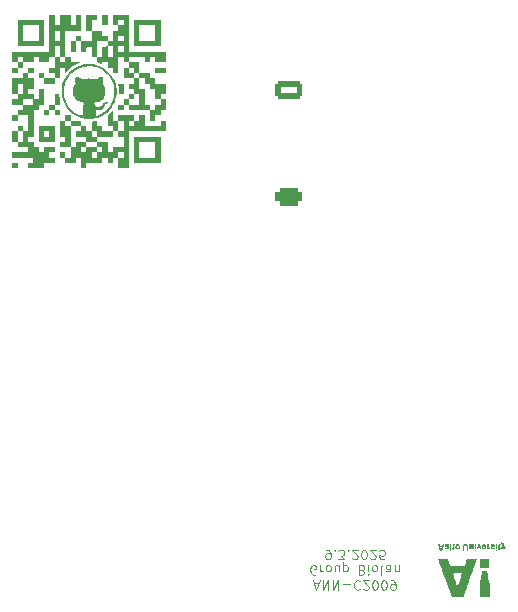
<source format=gbo>
G04 #@! TF.GenerationSoftware,KiCad,Pcbnew,9.0.0*
G04 #@! TF.CreationDate,2025-03-11T16:46:41+02:00*
G04 #@! TF.ProjectId,Plant-health-meter,506c616e-742d-4686-9561-6c74682d6d65,rev?*
G04 #@! TF.SameCoordinates,Original*
G04 #@! TF.FileFunction,Legend,Bot*
G04 #@! TF.FilePolarity,Positive*
%FSLAX46Y46*%
G04 Gerber Fmt 4.6, Leading zero omitted, Abs format (unit mm)*
G04 Created by KiCad (PCBNEW 9.0.0) date 2025-03-11 16:46:41*
%MOMM*%
%LPD*%
G01*
G04 APERTURE LIST*
G04 Aperture macros list*
%AMRoundRect*
0 Rectangle with rounded corners*
0 $1 Rounding radius*
0 $2 $3 $4 $5 $6 $7 $8 $9 X,Y pos of 4 corners*
0 Add a 4 corners polygon primitive as box body*
4,1,4,$2,$3,$4,$5,$6,$7,$8,$9,$2,$3,0*
0 Add four circle primitives for the rounded corners*
1,1,$1+$1,$2,$3*
1,1,$1+$1,$4,$5*
1,1,$1+$1,$6,$7*
1,1,$1+$1,$8,$9*
0 Add four rect primitives between the rounded corners*
20,1,$1+$1,$2,$3,$4,$5,0*
20,1,$1+$1,$4,$5,$6,$7,0*
20,1,$1+$1,$6,$7,$8,$9,0*
20,1,$1+$1,$8,$9,$2,$3,0*%
G04 Aperture macros list end*
%ADD10C,0.100000*%
%ADD11C,0.000000*%
%ADD12R,1.700000X1.700000*%
%ADD13O,1.700000X1.700000*%
%ADD14O,1.000000X2.100000*%
%ADD15O,1.000000X1.600000*%
%ADD16C,0.650000*%
%ADD17RoundRect,0.250000X0.893000X0.512000X-0.893000X0.512000X-0.893000X-0.512000X0.893000X-0.512000X0*%
%ADD18RoundRect,0.381000X0.762000X0.381000X-0.762000X0.381000X-0.762000X-0.381000X0.762000X-0.381000X0*%
G04 APERTURE END LIST*
D10*
X156852380Y-151707586D02*
X157233333Y-151707586D01*
X156776190Y-151479014D02*
X157042857Y-152279014D01*
X157042857Y-152279014D02*
X157309523Y-151479014D01*
X157576190Y-151479014D02*
X157576190Y-152279014D01*
X157576190Y-152279014D02*
X158033333Y-151479014D01*
X158033333Y-151479014D02*
X158033333Y-152279014D01*
X158414285Y-151479014D02*
X158414285Y-152279014D01*
X158414285Y-152279014D02*
X158871428Y-151479014D01*
X158871428Y-151479014D02*
X158871428Y-152279014D01*
X159252380Y-151783776D02*
X159861904Y-151783776D01*
X160699999Y-151555205D02*
X160661903Y-151517110D01*
X160661903Y-151517110D02*
X160547618Y-151479014D01*
X160547618Y-151479014D02*
X160471427Y-151479014D01*
X160471427Y-151479014D02*
X160357141Y-151517110D01*
X160357141Y-151517110D02*
X160280951Y-151593300D01*
X160280951Y-151593300D02*
X160242856Y-151669490D01*
X160242856Y-151669490D02*
X160204760Y-151821871D01*
X160204760Y-151821871D02*
X160204760Y-151936157D01*
X160204760Y-151936157D02*
X160242856Y-152088538D01*
X160242856Y-152088538D02*
X160280951Y-152164729D01*
X160280951Y-152164729D02*
X160357141Y-152240919D01*
X160357141Y-152240919D02*
X160471427Y-152279014D01*
X160471427Y-152279014D02*
X160547618Y-152279014D01*
X160547618Y-152279014D02*
X160661903Y-152240919D01*
X160661903Y-152240919D02*
X160699999Y-152202824D01*
X161004760Y-152202824D02*
X161042856Y-152240919D01*
X161042856Y-152240919D02*
X161119046Y-152279014D01*
X161119046Y-152279014D02*
X161309522Y-152279014D01*
X161309522Y-152279014D02*
X161385713Y-152240919D01*
X161385713Y-152240919D02*
X161423808Y-152202824D01*
X161423808Y-152202824D02*
X161461903Y-152126633D01*
X161461903Y-152126633D02*
X161461903Y-152050443D01*
X161461903Y-152050443D02*
X161423808Y-151936157D01*
X161423808Y-151936157D02*
X160966665Y-151479014D01*
X160966665Y-151479014D02*
X161461903Y-151479014D01*
X161957142Y-152279014D02*
X162033332Y-152279014D01*
X162033332Y-152279014D02*
X162109523Y-152240919D01*
X162109523Y-152240919D02*
X162147618Y-152202824D01*
X162147618Y-152202824D02*
X162185713Y-152126633D01*
X162185713Y-152126633D02*
X162223808Y-151974252D01*
X162223808Y-151974252D02*
X162223808Y-151783776D01*
X162223808Y-151783776D02*
X162185713Y-151631395D01*
X162185713Y-151631395D02*
X162147618Y-151555205D01*
X162147618Y-151555205D02*
X162109523Y-151517110D01*
X162109523Y-151517110D02*
X162033332Y-151479014D01*
X162033332Y-151479014D02*
X161957142Y-151479014D01*
X161957142Y-151479014D02*
X161880951Y-151517110D01*
X161880951Y-151517110D02*
X161842856Y-151555205D01*
X161842856Y-151555205D02*
X161804761Y-151631395D01*
X161804761Y-151631395D02*
X161766665Y-151783776D01*
X161766665Y-151783776D02*
X161766665Y-151974252D01*
X161766665Y-151974252D02*
X161804761Y-152126633D01*
X161804761Y-152126633D02*
X161842856Y-152202824D01*
X161842856Y-152202824D02*
X161880951Y-152240919D01*
X161880951Y-152240919D02*
X161957142Y-152279014D01*
X162719047Y-152279014D02*
X162795237Y-152279014D01*
X162795237Y-152279014D02*
X162871428Y-152240919D01*
X162871428Y-152240919D02*
X162909523Y-152202824D01*
X162909523Y-152202824D02*
X162947618Y-152126633D01*
X162947618Y-152126633D02*
X162985713Y-151974252D01*
X162985713Y-151974252D02*
X162985713Y-151783776D01*
X162985713Y-151783776D02*
X162947618Y-151631395D01*
X162947618Y-151631395D02*
X162909523Y-151555205D01*
X162909523Y-151555205D02*
X162871428Y-151517110D01*
X162871428Y-151517110D02*
X162795237Y-151479014D01*
X162795237Y-151479014D02*
X162719047Y-151479014D01*
X162719047Y-151479014D02*
X162642856Y-151517110D01*
X162642856Y-151517110D02*
X162604761Y-151555205D01*
X162604761Y-151555205D02*
X162566666Y-151631395D01*
X162566666Y-151631395D02*
X162528570Y-151783776D01*
X162528570Y-151783776D02*
X162528570Y-151974252D01*
X162528570Y-151974252D02*
X162566666Y-152126633D01*
X162566666Y-152126633D02*
X162604761Y-152202824D01*
X162604761Y-152202824D02*
X162642856Y-152240919D01*
X162642856Y-152240919D02*
X162719047Y-152279014D01*
X163366666Y-151479014D02*
X163519047Y-151479014D01*
X163519047Y-151479014D02*
X163595237Y-151517110D01*
X163595237Y-151517110D02*
X163633333Y-151555205D01*
X163633333Y-151555205D02*
X163709523Y-151669490D01*
X163709523Y-151669490D02*
X163747618Y-151821871D01*
X163747618Y-151821871D02*
X163747618Y-152126633D01*
X163747618Y-152126633D02*
X163709523Y-152202824D01*
X163709523Y-152202824D02*
X163671428Y-152240919D01*
X163671428Y-152240919D02*
X163595237Y-152279014D01*
X163595237Y-152279014D02*
X163442856Y-152279014D01*
X163442856Y-152279014D02*
X163366666Y-152240919D01*
X163366666Y-152240919D02*
X163328571Y-152202824D01*
X163328571Y-152202824D02*
X163290475Y-152126633D01*
X163290475Y-152126633D02*
X163290475Y-151936157D01*
X163290475Y-151936157D02*
X163328571Y-151859967D01*
X163328571Y-151859967D02*
X163366666Y-151821871D01*
X163366666Y-151821871D02*
X163442856Y-151783776D01*
X163442856Y-151783776D02*
X163595237Y-151783776D01*
X163595237Y-151783776D02*
X163671428Y-151821871D01*
X163671428Y-151821871D02*
X163709523Y-151859967D01*
X163709523Y-151859967D02*
X163747618Y-151936157D01*
X156985712Y-150952964D02*
X156909522Y-150991059D01*
X156909522Y-150991059D02*
X156795236Y-150991059D01*
X156795236Y-150991059D02*
X156680950Y-150952964D01*
X156680950Y-150952964D02*
X156604760Y-150876774D01*
X156604760Y-150876774D02*
X156566665Y-150800583D01*
X156566665Y-150800583D02*
X156528569Y-150648202D01*
X156528569Y-150648202D02*
X156528569Y-150533916D01*
X156528569Y-150533916D02*
X156566665Y-150381535D01*
X156566665Y-150381535D02*
X156604760Y-150305345D01*
X156604760Y-150305345D02*
X156680950Y-150229155D01*
X156680950Y-150229155D02*
X156795236Y-150191059D01*
X156795236Y-150191059D02*
X156871427Y-150191059D01*
X156871427Y-150191059D02*
X156985712Y-150229155D01*
X156985712Y-150229155D02*
X157023808Y-150267250D01*
X157023808Y-150267250D02*
X157023808Y-150533916D01*
X157023808Y-150533916D02*
X156871427Y-150533916D01*
X157366665Y-150191059D02*
X157366665Y-150724393D01*
X157366665Y-150572012D02*
X157404760Y-150648202D01*
X157404760Y-150648202D02*
X157442855Y-150686297D01*
X157442855Y-150686297D02*
X157519046Y-150724393D01*
X157519046Y-150724393D02*
X157595236Y-150724393D01*
X157976188Y-150191059D02*
X157899998Y-150229155D01*
X157899998Y-150229155D02*
X157861903Y-150267250D01*
X157861903Y-150267250D02*
X157823807Y-150343440D01*
X157823807Y-150343440D02*
X157823807Y-150572012D01*
X157823807Y-150572012D02*
X157861903Y-150648202D01*
X157861903Y-150648202D02*
X157899998Y-150686297D01*
X157899998Y-150686297D02*
X157976188Y-150724393D01*
X157976188Y-150724393D02*
X158090474Y-150724393D01*
X158090474Y-150724393D02*
X158166665Y-150686297D01*
X158166665Y-150686297D02*
X158204760Y-150648202D01*
X158204760Y-150648202D02*
X158242855Y-150572012D01*
X158242855Y-150572012D02*
X158242855Y-150343440D01*
X158242855Y-150343440D02*
X158204760Y-150267250D01*
X158204760Y-150267250D02*
X158166665Y-150229155D01*
X158166665Y-150229155D02*
X158090474Y-150191059D01*
X158090474Y-150191059D02*
X157976188Y-150191059D01*
X158928570Y-150724393D02*
X158928570Y-150191059D01*
X158585713Y-150724393D02*
X158585713Y-150305345D01*
X158585713Y-150305345D02*
X158623808Y-150229155D01*
X158623808Y-150229155D02*
X158699998Y-150191059D01*
X158699998Y-150191059D02*
X158814284Y-150191059D01*
X158814284Y-150191059D02*
X158890475Y-150229155D01*
X158890475Y-150229155D02*
X158928570Y-150267250D01*
X159309523Y-150724393D02*
X159309523Y-149924393D01*
X159309523Y-150686297D02*
X159385713Y-150724393D01*
X159385713Y-150724393D02*
X159538094Y-150724393D01*
X159538094Y-150724393D02*
X159614285Y-150686297D01*
X159614285Y-150686297D02*
X159652380Y-150648202D01*
X159652380Y-150648202D02*
X159690475Y-150572012D01*
X159690475Y-150572012D02*
X159690475Y-150343440D01*
X159690475Y-150343440D02*
X159652380Y-150267250D01*
X159652380Y-150267250D02*
X159614285Y-150229155D01*
X159614285Y-150229155D02*
X159538094Y-150191059D01*
X159538094Y-150191059D02*
X159385713Y-150191059D01*
X159385713Y-150191059D02*
X159309523Y-150229155D01*
X160909523Y-150610107D02*
X161023809Y-150572012D01*
X161023809Y-150572012D02*
X161061904Y-150533916D01*
X161061904Y-150533916D02*
X161100000Y-150457726D01*
X161100000Y-150457726D02*
X161100000Y-150343440D01*
X161100000Y-150343440D02*
X161061904Y-150267250D01*
X161061904Y-150267250D02*
X161023809Y-150229155D01*
X161023809Y-150229155D02*
X160947619Y-150191059D01*
X160947619Y-150191059D02*
X160642857Y-150191059D01*
X160642857Y-150191059D02*
X160642857Y-150991059D01*
X160642857Y-150991059D02*
X160909523Y-150991059D01*
X160909523Y-150991059D02*
X160985714Y-150952964D01*
X160985714Y-150952964D02*
X161023809Y-150914869D01*
X161023809Y-150914869D02*
X161061904Y-150838678D01*
X161061904Y-150838678D02*
X161061904Y-150762488D01*
X161061904Y-150762488D02*
X161023809Y-150686297D01*
X161023809Y-150686297D02*
X160985714Y-150648202D01*
X160985714Y-150648202D02*
X160909523Y-150610107D01*
X160909523Y-150610107D02*
X160642857Y-150610107D01*
X161442857Y-150191059D02*
X161442857Y-150724393D01*
X161442857Y-150991059D02*
X161404761Y-150952964D01*
X161404761Y-150952964D02*
X161442857Y-150914869D01*
X161442857Y-150914869D02*
X161480952Y-150952964D01*
X161480952Y-150952964D02*
X161442857Y-150991059D01*
X161442857Y-150991059D02*
X161442857Y-150914869D01*
X161938094Y-150191059D02*
X161861904Y-150229155D01*
X161861904Y-150229155D02*
X161823809Y-150267250D01*
X161823809Y-150267250D02*
X161785713Y-150343440D01*
X161785713Y-150343440D02*
X161785713Y-150572012D01*
X161785713Y-150572012D02*
X161823809Y-150648202D01*
X161823809Y-150648202D02*
X161861904Y-150686297D01*
X161861904Y-150686297D02*
X161938094Y-150724393D01*
X161938094Y-150724393D02*
X162052380Y-150724393D01*
X162052380Y-150724393D02*
X162128571Y-150686297D01*
X162128571Y-150686297D02*
X162166666Y-150648202D01*
X162166666Y-150648202D02*
X162204761Y-150572012D01*
X162204761Y-150572012D02*
X162204761Y-150343440D01*
X162204761Y-150343440D02*
X162166666Y-150267250D01*
X162166666Y-150267250D02*
X162128571Y-150229155D01*
X162128571Y-150229155D02*
X162052380Y-150191059D01*
X162052380Y-150191059D02*
X161938094Y-150191059D01*
X162661904Y-150191059D02*
X162585714Y-150229155D01*
X162585714Y-150229155D02*
X162547619Y-150305345D01*
X162547619Y-150305345D02*
X162547619Y-150991059D01*
X163309524Y-150191059D02*
X163309524Y-150610107D01*
X163309524Y-150610107D02*
X163271429Y-150686297D01*
X163271429Y-150686297D02*
X163195238Y-150724393D01*
X163195238Y-150724393D02*
X163042857Y-150724393D01*
X163042857Y-150724393D02*
X162966667Y-150686297D01*
X163309524Y-150229155D02*
X163233333Y-150191059D01*
X163233333Y-150191059D02*
X163042857Y-150191059D01*
X163042857Y-150191059D02*
X162966667Y-150229155D01*
X162966667Y-150229155D02*
X162928571Y-150305345D01*
X162928571Y-150305345D02*
X162928571Y-150381535D01*
X162928571Y-150381535D02*
X162966667Y-150457726D01*
X162966667Y-150457726D02*
X163042857Y-150495821D01*
X163042857Y-150495821D02*
X163233333Y-150495821D01*
X163233333Y-150495821D02*
X163309524Y-150533916D01*
X163690477Y-150724393D02*
X163690477Y-150191059D01*
X163690477Y-150648202D02*
X163728572Y-150686297D01*
X163728572Y-150686297D02*
X163804762Y-150724393D01*
X163804762Y-150724393D02*
X163919048Y-150724393D01*
X163919048Y-150724393D02*
X163995239Y-150686297D01*
X163995239Y-150686297D02*
X164033334Y-150610107D01*
X164033334Y-150610107D02*
X164033334Y-150191059D01*
X157861904Y-148903104D02*
X158014285Y-148903104D01*
X158014285Y-148903104D02*
X158090475Y-148941200D01*
X158090475Y-148941200D02*
X158128571Y-148979295D01*
X158128571Y-148979295D02*
X158204761Y-149093580D01*
X158204761Y-149093580D02*
X158242856Y-149245961D01*
X158242856Y-149245961D02*
X158242856Y-149550723D01*
X158242856Y-149550723D02*
X158204761Y-149626914D01*
X158204761Y-149626914D02*
X158166666Y-149665009D01*
X158166666Y-149665009D02*
X158090475Y-149703104D01*
X158090475Y-149703104D02*
X157938094Y-149703104D01*
X157938094Y-149703104D02*
X157861904Y-149665009D01*
X157861904Y-149665009D02*
X157823809Y-149626914D01*
X157823809Y-149626914D02*
X157785713Y-149550723D01*
X157785713Y-149550723D02*
X157785713Y-149360247D01*
X157785713Y-149360247D02*
X157823809Y-149284057D01*
X157823809Y-149284057D02*
X157861904Y-149245961D01*
X157861904Y-149245961D02*
X157938094Y-149207866D01*
X157938094Y-149207866D02*
X158090475Y-149207866D01*
X158090475Y-149207866D02*
X158166666Y-149245961D01*
X158166666Y-149245961D02*
X158204761Y-149284057D01*
X158204761Y-149284057D02*
X158242856Y-149360247D01*
X158585714Y-148979295D02*
X158623809Y-148941200D01*
X158623809Y-148941200D02*
X158585714Y-148903104D01*
X158585714Y-148903104D02*
X158547618Y-148941200D01*
X158547618Y-148941200D02*
X158585714Y-148979295D01*
X158585714Y-148979295D02*
X158585714Y-148903104D01*
X158890475Y-149703104D02*
X159385713Y-149703104D01*
X159385713Y-149703104D02*
X159119047Y-149398342D01*
X159119047Y-149398342D02*
X159233332Y-149398342D01*
X159233332Y-149398342D02*
X159309523Y-149360247D01*
X159309523Y-149360247D02*
X159347618Y-149322152D01*
X159347618Y-149322152D02*
X159385713Y-149245961D01*
X159385713Y-149245961D02*
X159385713Y-149055485D01*
X159385713Y-149055485D02*
X159347618Y-148979295D01*
X159347618Y-148979295D02*
X159309523Y-148941200D01*
X159309523Y-148941200D02*
X159233332Y-148903104D01*
X159233332Y-148903104D02*
X159004761Y-148903104D01*
X159004761Y-148903104D02*
X158928570Y-148941200D01*
X158928570Y-148941200D02*
X158890475Y-148979295D01*
X159728571Y-148979295D02*
X159766666Y-148941200D01*
X159766666Y-148941200D02*
X159728571Y-148903104D01*
X159728571Y-148903104D02*
X159690475Y-148941200D01*
X159690475Y-148941200D02*
X159728571Y-148979295D01*
X159728571Y-148979295D02*
X159728571Y-148903104D01*
X160071427Y-149626914D02*
X160109523Y-149665009D01*
X160109523Y-149665009D02*
X160185713Y-149703104D01*
X160185713Y-149703104D02*
X160376189Y-149703104D01*
X160376189Y-149703104D02*
X160452380Y-149665009D01*
X160452380Y-149665009D02*
X160490475Y-149626914D01*
X160490475Y-149626914D02*
X160528570Y-149550723D01*
X160528570Y-149550723D02*
X160528570Y-149474533D01*
X160528570Y-149474533D02*
X160490475Y-149360247D01*
X160490475Y-149360247D02*
X160033332Y-148903104D01*
X160033332Y-148903104D02*
X160528570Y-148903104D01*
X161023809Y-149703104D02*
X161099999Y-149703104D01*
X161099999Y-149703104D02*
X161176190Y-149665009D01*
X161176190Y-149665009D02*
X161214285Y-149626914D01*
X161214285Y-149626914D02*
X161252380Y-149550723D01*
X161252380Y-149550723D02*
X161290475Y-149398342D01*
X161290475Y-149398342D02*
X161290475Y-149207866D01*
X161290475Y-149207866D02*
X161252380Y-149055485D01*
X161252380Y-149055485D02*
X161214285Y-148979295D01*
X161214285Y-148979295D02*
X161176190Y-148941200D01*
X161176190Y-148941200D02*
X161099999Y-148903104D01*
X161099999Y-148903104D02*
X161023809Y-148903104D01*
X161023809Y-148903104D02*
X160947618Y-148941200D01*
X160947618Y-148941200D02*
X160909523Y-148979295D01*
X160909523Y-148979295D02*
X160871428Y-149055485D01*
X160871428Y-149055485D02*
X160833332Y-149207866D01*
X160833332Y-149207866D02*
X160833332Y-149398342D01*
X160833332Y-149398342D02*
X160871428Y-149550723D01*
X160871428Y-149550723D02*
X160909523Y-149626914D01*
X160909523Y-149626914D02*
X160947618Y-149665009D01*
X160947618Y-149665009D02*
X161023809Y-149703104D01*
X161595237Y-149626914D02*
X161633333Y-149665009D01*
X161633333Y-149665009D02*
X161709523Y-149703104D01*
X161709523Y-149703104D02*
X161899999Y-149703104D01*
X161899999Y-149703104D02*
X161976190Y-149665009D01*
X161976190Y-149665009D02*
X162014285Y-149626914D01*
X162014285Y-149626914D02*
X162052380Y-149550723D01*
X162052380Y-149550723D02*
X162052380Y-149474533D01*
X162052380Y-149474533D02*
X162014285Y-149360247D01*
X162014285Y-149360247D02*
X161557142Y-148903104D01*
X161557142Y-148903104D02*
X162052380Y-148903104D01*
X162776190Y-149703104D02*
X162395238Y-149703104D01*
X162395238Y-149703104D02*
X162357142Y-149322152D01*
X162357142Y-149322152D02*
X162395238Y-149360247D01*
X162395238Y-149360247D02*
X162471428Y-149398342D01*
X162471428Y-149398342D02*
X162661904Y-149398342D01*
X162661904Y-149398342D02*
X162738095Y-149360247D01*
X162738095Y-149360247D02*
X162776190Y-149322152D01*
X162776190Y-149322152D02*
X162814285Y-149245961D01*
X162814285Y-149245961D02*
X162814285Y-149055485D01*
X162814285Y-149055485D02*
X162776190Y-148979295D01*
X162776190Y-148979295D02*
X162738095Y-148941200D01*
X162738095Y-148941200D02*
X162661904Y-148903104D01*
X162661904Y-148903104D02*
X162471428Y-148903104D01*
X162471428Y-148903104D02*
X162395238Y-148941200D01*
X162395238Y-148941200D02*
X162357142Y-148979295D01*
D11*
G04 #@! TO.C,G\u002A\u002A\u002A*
G36*
X140270648Y-115701864D02*
G01*
X140045798Y-115704793D01*
X139820947Y-115707722D01*
X139818018Y-115932573D01*
X139815089Y-116157423D01*
X139593387Y-116157423D01*
X139371685Y-116157423D01*
X139368757Y-115932573D01*
X139365828Y-115707722D01*
X139146616Y-115704789D01*
X138927404Y-115701855D01*
X138924474Y-115926931D01*
X138921544Y-116152005D01*
X138246992Y-116154796D01*
X137572440Y-116157587D01*
X137572440Y-116379647D01*
X137572440Y-116601706D01*
X137350299Y-116601706D01*
X137128157Y-116601706D01*
X137128157Y-116152005D01*
X137128157Y-115702304D01*
X136906235Y-115702304D01*
X136684313Y-115702304D01*
X136681385Y-115927154D01*
X136678456Y-116152005D01*
X136231684Y-116154834D01*
X135784910Y-116157663D01*
X135781982Y-115932693D01*
X135779053Y-115707722D01*
X135554202Y-115704793D01*
X135329352Y-115701864D01*
X135329353Y-115479942D01*
X135329352Y-115258020D01*
X135556911Y-115258019D01*
X135784471Y-115258020D01*
X135784471Y-115480162D01*
X135784471Y-115702304D01*
X136006613Y-115702304D01*
X136228754Y-115702304D01*
X136228754Y-115258141D01*
X136228754Y-114813978D01*
X136190689Y-114813737D01*
X137128157Y-114813737D01*
X137128157Y-115035879D01*
X137128157Y-115258020D01*
X137350298Y-115258020D01*
X137572440Y-115258020D01*
X138027560Y-115258020D01*
X138027560Y-115480162D01*
X138027560Y-115702304D01*
X138249701Y-115702304D01*
X138471843Y-115702304D01*
X138471843Y-115480162D01*
X138471843Y-115258020D01*
X138693985Y-115258020D01*
X138916126Y-115258020D01*
X138916126Y-115035879D01*
X138916126Y-114813737D01*
X138693984Y-114813737D01*
X138471843Y-114813737D01*
X138471843Y-115035879D01*
X138471843Y-115258020D01*
X138249702Y-115258020D01*
X138027560Y-115258020D01*
X137572440Y-115258020D01*
X137572440Y-115035879D01*
X137572440Y-114813737D01*
X137350299Y-114813737D01*
X137128157Y-114813737D01*
X136190689Y-114813737D01*
X135781762Y-114811148D01*
X135334770Y-114808319D01*
X135331841Y-114583469D01*
X135328912Y-114358618D01*
X135556691Y-114358618D01*
X135784471Y-114358618D01*
X135784471Y-114136476D01*
X135784471Y-113914334D01*
X135556829Y-113914334D01*
X135329187Y-113914334D01*
X135331979Y-113239783D01*
X135334770Y-112565230D01*
X135556911Y-112565230D01*
X135779053Y-112565230D01*
X135781982Y-112790081D01*
X135784911Y-113014932D01*
X136006832Y-113014932D01*
X136228754Y-113014932D01*
X136228754Y-113908916D01*
X136228754Y-114802901D01*
X136450896Y-114802901D01*
X136673038Y-114802901D01*
X136673038Y-114580760D01*
X136673038Y-114358618D01*
X137122739Y-114358618D01*
X137572440Y-114358618D01*
X137572440Y-114580759D01*
X137572440Y-114802901D01*
X138022142Y-114802901D01*
X138471843Y-114802901D01*
X138471843Y-114580759D01*
X138471843Y-114358618D01*
X138921544Y-114358618D01*
X139371246Y-114358618D01*
X139371246Y-114808319D01*
X139371246Y-115035879D01*
X139371246Y-115258020D01*
X139593387Y-115258020D01*
X139815529Y-115258020D01*
X139815529Y-115030461D01*
X139815529Y-114802901D01*
X140265230Y-114802901D01*
X140714932Y-114802901D01*
X140714932Y-114358618D01*
X140714932Y-113914334D01*
X140487152Y-113914334D01*
X140259373Y-113914334D01*
X140262301Y-113689484D01*
X140265230Y-113464633D01*
X140490081Y-113461704D01*
X140714932Y-113458775D01*
X140714932Y-113014932D01*
X141159215Y-113014932D01*
X141386775Y-113014932D01*
X141614334Y-113014932D01*
X141614334Y-112792791D01*
X141614333Y-112570648D01*
X141386775Y-112570648D01*
X141159215Y-112570648D01*
X141159215Y-112792790D01*
X141159215Y-113014712D01*
X141159215Y-113014932D01*
X140714932Y-113014932D01*
X140714932Y-113014712D01*
X140714932Y-112570648D01*
X140492790Y-112570648D01*
X140270648Y-112570648D01*
X140270648Y-113014713D01*
X140270648Y-113458776D01*
X140045798Y-113461704D01*
X139820947Y-113464633D01*
X139818018Y-113689484D01*
X139815090Y-113914334D01*
X139143465Y-113914334D01*
X138471843Y-113914334D01*
X138471843Y-113686775D01*
X138471843Y-113459215D01*
X138249701Y-113459215D01*
X138027560Y-113459215D01*
X138027560Y-113686775D01*
X138027560Y-113914334D01*
X138249701Y-113914334D01*
X138471843Y-113914334D01*
X138471843Y-114136476D01*
X138471843Y-114358618D01*
X138022142Y-114358618D01*
X137572440Y-114358618D01*
X137572440Y-114136476D01*
X137572440Y-113914334D01*
X137122519Y-113914334D01*
X136672598Y-113914334D01*
X136675527Y-113689484D01*
X136678456Y-113464633D01*
X136903306Y-113461704D01*
X137128157Y-113458775D01*
X137128157Y-113236854D01*
X137128157Y-113014932D01*
X136678456Y-113014932D01*
X136228754Y-113014932D01*
X136228754Y-112792790D01*
X136228754Y-112570648D01*
X136006613Y-112570648D01*
X135784471Y-112570648D01*
X135784471Y-112343089D01*
X135784471Y-112115529D01*
X136006613Y-112115529D01*
X136228754Y-112115529D01*
X136228754Y-112337550D01*
X136228754Y-112559572D01*
X136675748Y-112562401D01*
X137122739Y-112565230D01*
X137125668Y-112790081D01*
X137128597Y-113014932D01*
X137350518Y-113014932D01*
X137572440Y-113014932D01*
X137572440Y-113237073D01*
X137572440Y-113459215D01*
X137800000Y-113459215D01*
X138027560Y-113459215D01*
X138027560Y-113053065D01*
X138027560Y-112646915D01*
X138051941Y-112642025D01*
X138066419Y-112639487D01*
X138099779Y-112634186D01*
X138144668Y-112627369D01*
X138195520Y-112619894D01*
X138228636Y-112614805D01*
X138289861Y-112604166D01*
X138347775Y-112592759D01*
X138393281Y-112582312D01*
X138471843Y-112561973D01*
X138471843Y-112788453D01*
X138471843Y-113014932D01*
X138699403Y-113014932D01*
X138926962Y-113014932D01*
X138926962Y-113237073D01*
X138926962Y-113459215D01*
X139371246Y-113459215D01*
X139815529Y-113459215D01*
X139815529Y-113237073D01*
X139815529Y-113014932D01*
X139593387Y-113014932D01*
X139371246Y-113014932D01*
X139371246Y-112562039D01*
X139371246Y-112109146D01*
X139427779Y-112066284D01*
X139446153Y-112051547D01*
X139487999Y-112014753D01*
X139537902Y-111968033D01*
X139591819Y-111915434D01*
X139645709Y-111861000D01*
X139695524Y-111808776D01*
X139737225Y-111762808D01*
X139766766Y-111727141D01*
X139810112Y-111669970D01*
X139812940Y-112114892D01*
X139815769Y-112559812D01*
X140037567Y-112559812D01*
X140259364Y-112559812D01*
X140262297Y-112340380D01*
X140265230Y-112120947D01*
X140939782Y-112118156D01*
X141614334Y-112115365D01*
X141614334Y-112337589D01*
X141614334Y-112559812D01*
X141836476Y-112559812D01*
X142058618Y-112559812D01*
X142058618Y-112337671D01*
X142058618Y-112115529D01*
X142286177Y-112115529D01*
X142513737Y-112115529D01*
X142513737Y-112565230D01*
X142513736Y-112792790D01*
X142513737Y-113014932D01*
X143179942Y-113014932D01*
X143846147Y-113014932D01*
X143849076Y-112790081D01*
X143852005Y-112565230D01*
X144076856Y-112562301D01*
X144301706Y-112559373D01*
X144301706Y-113009257D01*
X144301705Y-113459142D01*
X142733170Y-113461888D01*
X141164633Y-113464633D01*
X141161888Y-115033170D01*
X141159142Y-116601705D01*
X140709357Y-116601705D01*
X140259572Y-116601705D01*
X140262401Y-116154714D01*
X140265230Y-115707722D01*
X140490081Y-115704794D01*
X140714932Y-115701864D01*
X140714932Y-115479942D01*
X140714932Y-115258020D01*
X140492790Y-115258020D01*
X140270648Y-115258020D01*
X140270647Y-115479942D01*
X140270648Y-115480162D01*
X140270648Y-115701864D01*
G37*
G36*
X133985666Y-111226962D02*
G01*
X133763524Y-111226962D01*
X133541382Y-111226962D01*
X133541382Y-111449104D01*
X133541382Y-111671246D01*
X133319291Y-111671246D01*
X133097200Y-111671246D01*
X133094441Y-112790081D01*
X133091681Y-113908916D01*
X132866830Y-113911844D01*
X132641981Y-113914774D01*
X132641980Y-114136696D01*
X132641980Y-114358618D01*
X132869539Y-114358618D01*
X133097099Y-114358618D01*
X133097099Y-114580759D01*
X133097099Y-114802901D01*
X133319241Y-114802901D01*
X133541382Y-114802901D01*
X133541382Y-115030461D01*
X133541382Y-115258020D01*
X133763524Y-115258019D01*
X133985666Y-115258019D01*
X133985666Y-115030461D01*
X133985666Y-114802901D01*
X134435367Y-114802901D01*
X134885068Y-114802901D01*
X134885068Y-115030461D01*
X134885068Y-115258020D01*
X134662926Y-115258020D01*
X134440785Y-115258020D01*
X134440785Y-115480162D01*
X134440785Y-115702304D01*
X134662927Y-115702304D01*
X134885068Y-115702304D01*
X134885068Y-115929863D01*
X134885068Y-116157423D01*
X134435367Y-116157423D01*
X133985666Y-116157422D01*
X133985667Y-116379565D01*
X133985666Y-116601706D01*
X133313823Y-116601706D01*
X132641980Y-116601705D01*
X132641980Y-116374147D01*
X132641980Y-116146587D01*
X132864121Y-116146587D01*
X133086263Y-116146587D01*
X133086263Y-115924445D01*
X133086263Y-115702304D01*
X132192278Y-115702304D01*
X131298294Y-115702304D01*
X131298295Y-115480162D01*
X131298295Y-115258020D01*
X131970137Y-115258020D01*
X132641980Y-115258020D01*
X132641980Y-115035998D01*
X132641980Y-114813978D01*
X132194987Y-114811148D01*
X131747995Y-114808319D01*
X131745066Y-114583469D01*
X131742137Y-114358618D01*
X131520215Y-114358618D01*
X131298294Y-114358618D01*
X131298294Y-113908916D01*
X131298294Y-113459215D01*
X131520435Y-113459215D01*
X131742577Y-113459215D01*
X131742577Y-113458766D01*
X131753413Y-113458766D01*
X131753413Y-113908692D01*
X131753413Y-114358618D01*
X131975675Y-114358618D01*
X132197937Y-114358618D01*
X132195107Y-113911625D01*
X132192278Y-113464633D01*
X131972846Y-113461700D01*
X131753413Y-113458766D01*
X131742577Y-113458766D01*
X131742578Y-113237073D01*
X131742577Y-113014932D01*
X131970137Y-113014932D01*
X132197696Y-113014932D01*
X132197696Y-113237073D01*
X132197696Y-113459215D01*
X132419838Y-113459215D01*
X132641980Y-113459215D01*
X132641980Y-112787372D01*
X132641980Y-112115529D01*
X132197916Y-112115529D01*
X131753853Y-112115529D01*
X131750924Y-112340380D01*
X131747995Y-112565230D01*
X131523145Y-112568159D01*
X131298295Y-112571088D01*
X131298295Y-112343309D01*
X131298294Y-112115529D01*
X131520435Y-112115529D01*
X131742577Y-112115529D01*
X131742577Y-111893607D01*
X131742577Y-111671685D01*
X131967427Y-111668757D01*
X132192278Y-111665828D01*
X132195211Y-111446395D01*
X132198145Y-111226962D01*
X131748219Y-111226962D01*
X131298294Y-111226962D01*
X131298295Y-110999403D01*
X131298294Y-110771843D01*
X131520435Y-110771843D01*
X131742577Y-110771843D01*
X132197696Y-110771843D01*
X132197696Y-110993985D01*
X132197696Y-111216126D01*
X132641980Y-111216126D01*
X133086263Y-111216126D01*
X133086263Y-110993984D01*
X133086263Y-110771843D01*
X132641980Y-110771843D01*
X132197696Y-110771843D01*
X131742577Y-110771843D01*
X131742577Y-110549921D01*
X131742577Y-110328000D01*
X131967427Y-110325071D01*
X132192278Y-110322142D01*
X132195107Y-109875149D01*
X132197937Y-109428157D01*
X131975795Y-109428157D01*
X131753653Y-109428157D01*
X131750824Y-109875149D01*
X131747995Y-110322142D01*
X131523144Y-110325071D01*
X131298294Y-110327999D01*
X131298294Y-109650518D01*
X131298294Y-108973038D01*
X131747995Y-108973038D01*
X132197696Y-108973038D01*
X132197696Y-108750896D01*
X132197696Y-108528754D01*
X132419838Y-108528754D01*
X132641980Y-108528754D01*
X132641980Y-108306613D01*
X132641980Y-108084471D01*
X132869539Y-108084471D01*
X133097099Y-108084471D01*
X133097099Y-108306393D01*
X133097099Y-108528315D01*
X132872248Y-108531243D01*
X132647398Y-108534172D01*
X132644465Y-108753384D01*
X132641532Y-108972596D01*
X132866607Y-108975526D01*
X133091681Y-108978456D01*
X133094510Y-109425228D01*
X133097339Y-109872000D01*
X132872368Y-109874929D01*
X132647398Y-109877858D01*
X132647398Y-110100000D01*
X132647398Y-110322142D01*
X132872248Y-110325071D01*
X133097099Y-110327999D01*
X133097099Y-110549921D01*
X133097099Y-110771843D01*
X133319241Y-110771843D01*
X133541382Y-110771843D01*
X133541382Y-110322142D01*
X133541382Y-109872440D01*
X133763524Y-109872440D01*
X133985666Y-109872440D01*
X133985666Y-110549701D01*
X133985666Y-110993984D01*
X133985666Y-111226962D01*
G37*
G36*
X131523144Y-116149076D02*
G01*
X131747995Y-116152005D01*
X131750924Y-116376856D01*
X131753853Y-116601706D01*
X131526073Y-116601706D01*
X131298294Y-116601706D01*
X131298294Y-116373927D01*
X131298294Y-116146147D01*
X131523144Y-116149076D01*
G37*
G36*
X143857382Y-115147997D02*
G01*
X143857210Y-115296962D01*
X143856915Y-115438685D01*
X143856505Y-115571723D01*
X143855988Y-115694633D01*
X143855376Y-115805972D01*
X143854677Y-115904296D01*
X143853899Y-115988163D01*
X143853054Y-116056129D01*
X143852149Y-116106754D01*
X143851194Y-116138591D01*
X143850199Y-116150199D01*
X143843037Y-116150972D01*
X143815647Y-116151937D01*
X143769144Y-116152854D01*
X143704972Y-116153714D01*
X143624573Y-116154507D01*
X143529391Y-116155225D01*
X143420868Y-116155858D01*
X143300449Y-116156397D01*
X143169574Y-116156832D01*
X143029688Y-116157154D01*
X142882234Y-116157354D01*
X142728654Y-116157423D01*
X141614334Y-116157422D01*
X141614334Y-115035879D01*
X141614334Y-114358618D01*
X142058618Y-114358618D01*
X142058618Y-115030461D01*
X142058618Y-115702304D01*
X142730461Y-115702304D01*
X143402304Y-115702304D01*
X143402304Y-115030461D01*
X143402304Y-114358618D01*
X142730461Y-114358618D01*
X142058618Y-114358618D01*
X141614334Y-114358618D01*
X141614334Y-113914334D01*
X142735879Y-113914334D01*
X143857422Y-113914334D01*
X143857423Y-115028654D01*
X143857422Y-115030461D01*
X143857382Y-115147997D01*
G37*
G36*
X134885068Y-114358618D02*
G01*
X134213225Y-114358618D01*
X133541382Y-114358618D01*
X133541382Y-113686775D01*
X133541382Y-113464633D01*
X133991084Y-113464633D01*
X133991084Y-113686775D01*
X133991084Y-113908916D01*
X134210770Y-113911851D01*
X134278930Y-113912548D01*
X134340029Y-113912495D01*
X134383894Y-113911401D01*
X134412903Y-113909148D01*
X134429433Y-113905619D01*
X134435863Y-113900695D01*
X134436018Y-113900202D01*
X134437506Y-113883638D01*
X134438520Y-113849312D01*
X134439020Y-113800810D01*
X134438966Y-113741717D01*
X134438317Y-113675619D01*
X134435367Y-113464633D01*
X134213225Y-113464633D01*
X133991084Y-113464633D01*
X133541382Y-113464633D01*
X133541382Y-113014932D01*
X134213225Y-113014932D01*
X134885068Y-113014932D01*
X134885068Y-113686775D01*
X134885068Y-113800810D01*
X134885068Y-114358618D01*
G37*
G36*
X141163457Y-106063524D02*
G01*
X141164244Y-106513225D01*
X141164633Y-106735367D01*
X142733170Y-106738112D01*
X144301705Y-106740858D01*
X144301705Y-107190643D01*
X144301705Y-107640428D01*
X143854714Y-107637599D01*
X143407722Y-107634770D01*
X143404794Y-107409919D01*
X143401864Y-107185068D01*
X143179942Y-107185068D01*
X142958020Y-107185068D01*
X142958020Y-107412849D01*
X142958020Y-107640627D01*
X142733170Y-107637699D01*
X142508319Y-107634770D01*
X142505390Y-107409919D01*
X142502461Y-107185068D01*
X141830838Y-107185068D01*
X141159215Y-107185068D01*
X141159215Y-107407210D01*
X141159215Y-107629352D01*
X141608916Y-107629352D01*
X142058618Y-107629352D01*
X142058618Y-108079053D01*
X142058618Y-108528754D01*
X141836476Y-108528754D01*
X141614334Y-108528754D01*
X141614334Y-108750896D01*
X141614334Y-108973038D01*
X141836476Y-108973038D01*
X142058618Y-108973038D01*
X142058618Y-108750896D01*
X142058618Y-108528754D01*
X142508319Y-108528754D01*
X142958020Y-108528754D01*
X142958020Y-108750895D01*
X142958019Y-108973038D01*
X143180163Y-108973038D01*
X143402304Y-108973038D01*
X143402304Y-109200597D01*
X143402304Y-109428157D01*
X143852005Y-109428157D01*
X144301706Y-109428157D01*
X144301706Y-109877857D01*
X144301706Y-110327560D01*
X144079565Y-110327560D01*
X143857423Y-110327560D01*
X143857423Y-110549702D01*
X143857423Y-110771843D01*
X144079565Y-110771843D01*
X144301706Y-110771843D01*
X144301706Y-111221544D01*
X144301706Y-111671246D01*
X144079565Y-111671246D01*
X143857423Y-111671246D01*
X143857423Y-111893168D01*
X143857423Y-112115089D01*
X143632573Y-112118018D01*
X143407722Y-112120947D01*
X143404793Y-112345798D01*
X143401864Y-112570648D01*
X143179942Y-112570647D01*
X142958020Y-112570648D01*
X142958020Y-112120947D01*
X142958020Y-111671246D01*
X142058618Y-111671246D01*
X141159215Y-111671246D01*
X141159215Y-111449104D01*
X141159215Y-111226962D01*
X140937073Y-111226962D01*
X140714932Y-111226962D01*
X140714932Y-111449104D01*
X140714932Y-111671246D01*
X140487152Y-111671246D01*
X140259373Y-111671246D01*
X140262301Y-111446395D01*
X140265230Y-111221544D01*
X140490081Y-111218615D01*
X140714932Y-111215687D01*
X140714932Y-110993765D01*
X140714932Y-110771843D01*
X140937073Y-110771843D01*
X141159215Y-110771843D01*
X141159215Y-110993985D01*
X141159215Y-111216126D01*
X141608916Y-111216126D01*
X142058618Y-111216126D01*
X142058618Y-110771843D01*
X142058618Y-110327560D01*
X141836476Y-110327560D01*
X141614334Y-110327560D01*
X141614334Y-110549701D01*
X141614334Y-110771843D01*
X141386775Y-110771843D01*
X141159215Y-110771843D01*
X141159215Y-110549921D01*
X141159215Y-110327999D01*
X141384066Y-110325071D01*
X141608916Y-110322142D01*
X141608916Y-110100000D01*
X141608916Y-109877858D01*
X141384066Y-109874929D01*
X141159215Y-109872001D01*
X141159215Y-109650079D01*
X141159215Y-109428157D01*
X141386775Y-109428157D01*
X141614334Y-109428157D01*
X141614334Y-109206016D01*
X141614334Y-108983874D01*
X142058618Y-108983874D01*
X142058618Y-109428157D01*
X142058618Y-109872440D01*
X142286177Y-109872440D01*
X142513737Y-109872440D01*
X142513737Y-110544060D01*
X142513737Y-111215678D01*
X142733170Y-111218610D01*
X142952602Y-111221544D01*
X142955531Y-111446395D01*
X142958460Y-111671246D01*
X143180382Y-111671246D01*
X143402304Y-111671246D01*
X143402304Y-111443686D01*
X143402304Y-111216126D01*
X143624445Y-111216126D01*
X143846587Y-111216126D01*
X143846587Y-110993985D01*
X143846587Y-110771843D01*
X143624445Y-110771843D01*
X143402304Y-110771843D01*
X143402304Y-110322142D01*
X143402304Y-109872440D01*
X143180162Y-109872440D01*
X142958020Y-109872440D01*
X142958020Y-109650298D01*
X142958020Y-109428157D01*
X142730461Y-109428157D01*
X142502901Y-109428157D01*
X142502901Y-109206015D01*
X142502901Y-108983874D01*
X142280759Y-108983874D01*
X142058618Y-108983874D01*
X141614334Y-108983874D01*
X141164633Y-108983874D01*
X140714932Y-108983874D01*
X140714932Y-108534172D01*
X140714932Y-108084471D01*
X140937073Y-108084471D01*
X141159215Y-108084471D01*
X141159215Y-108306613D01*
X141159215Y-108528754D01*
X141386775Y-108528754D01*
X141614334Y-108528754D01*
X141614334Y-108306612D01*
X141614334Y-108084471D01*
X141386775Y-108084471D01*
X141159215Y-108084471D01*
X141159215Y-107862329D01*
X141159215Y-107640188D01*
X140937073Y-107640188D01*
X140714932Y-107640188D01*
X140714932Y-107412628D01*
X140714932Y-107185068D01*
X140492790Y-107185068D01*
X140270648Y-107185068D01*
X140270648Y-107856912D01*
X140270648Y-108528754D01*
X140043089Y-108528754D01*
X139815529Y-108528754D01*
X139815529Y-108306613D01*
X139815529Y-108084471D01*
X139593387Y-108084471D01*
X139371246Y-108084471D01*
X139371246Y-107862329D01*
X139371246Y-107640188D01*
X139149104Y-107640188D01*
X138926962Y-107640188D01*
X138926962Y-107721459D01*
X138926941Y-107729049D01*
X138926132Y-107766452D01*
X138924388Y-107792778D01*
X138922030Y-107802730D01*
X138917485Y-107801297D01*
X138896628Y-107792968D01*
X138863207Y-107778867D01*
X138821796Y-107760903D01*
X138786606Y-107746134D01*
X138726195Y-107722520D01*
X138660685Y-107698429D01*
X138599169Y-107677276D01*
X138471843Y-107635474D01*
X138471843Y-107410271D01*
X138471843Y-107185068D01*
X138249822Y-107185068D01*
X138027800Y-107185068D01*
X138024971Y-106738076D01*
X138022142Y-106291084D01*
X137800000Y-106291084D01*
X137577858Y-106291084D01*
X137574929Y-106515934D01*
X137572001Y-106740785D01*
X137350079Y-106740785D01*
X137128157Y-106740785D01*
X137128157Y-106291084D01*
X137128157Y-105841382D01*
X136906136Y-105841382D01*
X136684114Y-105841382D01*
X136681285Y-106288375D01*
X136678456Y-106735367D01*
X136453605Y-106738296D01*
X136228754Y-106741225D01*
X136228754Y-106291303D01*
X136228754Y-105841382D01*
X136450676Y-105841382D01*
X136672598Y-105841382D01*
X136675527Y-105616532D01*
X136678456Y-105391681D01*
X136903306Y-105388752D01*
X137128157Y-105385823D01*
X137128157Y-105613603D01*
X137128157Y-105841382D01*
X137577979Y-105841382D01*
X138027800Y-105841382D01*
X138471843Y-105841382D01*
X138471843Y-106513225D01*
X138471843Y-107185068D01*
X138693864Y-107185068D01*
X138915886Y-107185068D01*
X138918715Y-106738076D01*
X138921544Y-106291084D01*
X139146395Y-106288156D01*
X139337480Y-106285666D01*
X139371246Y-106285666D01*
X139371246Y-106735147D01*
X139371246Y-107185068D01*
X139593387Y-107185068D01*
X139815529Y-107185068D01*
X139815529Y-106740785D01*
X140270648Y-106740785D01*
X140492790Y-106740785D01*
X140714932Y-106740785D01*
X140714932Y-106513225D01*
X140714932Y-106285666D01*
X140492791Y-106285666D01*
X140270648Y-106285667D01*
X140270648Y-106513225D01*
X140270648Y-106735367D01*
X140270648Y-106740785D01*
X139815529Y-106740785D01*
X139815529Y-106735367D01*
X139815529Y-106285666D01*
X139593388Y-106285666D01*
X139371246Y-106285666D01*
X139337480Y-106285666D01*
X139371246Y-106285226D01*
X139371246Y-106063524D01*
X139371246Y-105841382D01*
X138921544Y-105841382D01*
X138471843Y-105841382D01*
X138027800Y-105841382D01*
X138024971Y-105394390D01*
X138022142Y-104947398D01*
X137797291Y-104944470D01*
X137572440Y-104941540D01*
X137572440Y-104269917D01*
X137572440Y-103598294D01*
X138022143Y-103598294D01*
X138471843Y-103598294D01*
X138471843Y-103825853D01*
X138471843Y-104053413D01*
X138249701Y-104053413D01*
X138027560Y-104053413D01*
X138027560Y-104497696D01*
X138027560Y-104941980D01*
X138477261Y-104941980D01*
X138926962Y-104941981D01*
X138926962Y-105163898D01*
X138926962Y-105385815D01*
X139146395Y-105388747D01*
X139365828Y-105391681D01*
X139368757Y-105616532D01*
X139371685Y-105841382D01*
X139593607Y-105841382D01*
X139815529Y-105841382D01*
X139815529Y-105397099D01*
X140270648Y-105397099D01*
X140270648Y-105619241D01*
X140270648Y-105841382D01*
X140492790Y-105841382D01*
X140714932Y-105841382D01*
X140714932Y-105619241D01*
X140714932Y-105397099D01*
X140492790Y-105397099D01*
X140270648Y-105397099D01*
X139815529Y-105397099D01*
X139815529Y-105391681D01*
X139815529Y-104941980D01*
X140037671Y-104941980D01*
X140259812Y-104941980D01*
X140259812Y-104719838D01*
X140259812Y-104497696D01*
X140487372Y-104497696D01*
X140714932Y-104497696D01*
X140714932Y-104275555D01*
X140714932Y-104053413D01*
X140493014Y-104053413D01*
X140271097Y-104053413D01*
X140268164Y-104272845D01*
X140265230Y-104492278D01*
X140040380Y-104495207D01*
X139815529Y-104498136D01*
X139815529Y-104048215D01*
X139815529Y-103598294D01*
X140487336Y-103598294D01*
X141159142Y-103598295D01*
X141161888Y-105166830D01*
X141162680Y-105619241D01*
X141163457Y-106063524D01*
G37*
G36*
X140122896Y-110177966D02*
G01*
X140122331Y-110249431D01*
X140121034Y-110306857D01*
X140118727Y-110354293D01*
X140115133Y-110395792D01*
X140109974Y-110435409D01*
X140102970Y-110477194D01*
X140093846Y-110525202D01*
X140085093Y-110567801D01*
X140028597Y-110782014D01*
X139952920Y-110990324D01*
X139859228Y-111190180D01*
X139748690Y-111379037D01*
X139622471Y-111554345D01*
X139590969Y-111592995D01*
X139441159Y-111756104D01*
X139277126Y-111903454D01*
X139100077Y-112034378D01*
X138911219Y-112148206D01*
X138711757Y-112244269D01*
X138502900Y-112321901D01*
X138285854Y-112380430D01*
X138061825Y-112419188D01*
X138056829Y-112419754D01*
X138020070Y-112422235D01*
X137967114Y-112424066D01*
X137902520Y-112425163D01*
X137830848Y-112425442D01*
X137756655Y-112424819D01*
X137660143Y-112422275D01*
X137534690Y-112414483D01*
X137419810Y-112400907D01*
X137309176Y-112380531D01*
X137196461Y-112352337D01*
X137075339Y-112315309D01*
X137002318Y-112290043D01*
X136797009Y-112204031D01*
X136602962Y-112100171D01*
X136421042Y-111979450D01*
X136252115Y-111842854D01*
X136097046Y-111691373D01*
X135956702Y-111525995D01*
X135831948Y-111347705D01*
X135723651Y-111157494D01*
X135632676Y-110956348D01*
X135559888Y-110745255D01*
X135506154Y-110525202D01*
X135497987Y-110482434D01*
X135490748Y-110440129D01*
X135485386Y-110400468D01*
X135481622Y-110359400D01*
X135479180Y-110312872D01*
X135477778Y-110256831D01*
X135477142Y-110187225D01*
X135477014Y-110112830D01*
X135661019Y-110112830D01*
X135662768Y-110212722D01*
X135667503Y-110304350D01*
X135675270Y-110381341D01*
X135702470Y-110536870D01*
X135757174Y-110743399D01*
X135831459Y-110942241D01*
X135924529Y-111132147D01*
X136035592Y-111311869D01*
X136163854Y-111480159D01*
X136308519Y-111635769D01*
X136468794Y-111777451D01*
X136643885Y-111903955D01*
X136657057Y-111912411D01*
X136722965Y-111952083D01*
X136794702Y-111991635D01*
X136868791Y-112029474D01*
X136941755Y-112064007D01*
X137010118Y-112093639D01*
X137070403Y-112116777D01*
X137119132Y-112131830D01*
X137152829Y-112137202D01*
X137171105Y-112135627D01*
X137207905Y-112123849D01*
X137237331Y-112103976D01*
X137252235Y-112080114D01*
X137253146Y-112071280D01*
X137254619Y-112041836D01*
X137256184Y-111995301D01*
X137257770Y-111934408D01*
X137259308Y-111861889D01*
X137260730Y-111780482D01*
X137261968Y-111692918D01*
X137263252Y-111600414D01*
X137264848Y-111513985D01*
X137266722Y-111444550D01*
X137269009Y-111389625D01*
X137271841Y-111346727D01*
X137275352Y-111313372D01*
X137279675Y-111287076D01*
X137284944Y-111265357D01*
X137300390Y-111217160D01*
X137332426Y-111145700D01*
X137372801Y-111087081D01*
X137379865Y-111078438D01*
X137393999Y-111058855D01*
X137397701Y-111049573D01*
X137390258Y-111047533D01*
X137365146Y-111042433D01*
X137326815Y-111035360D01*
X137279864Y-111027188D01*
X137254049Y-111022626D01*
X137098949Y-110986293D01*
X136961219Y-110937342D01*
X136840341Y-110875345D01*
X136735800Y-110799873D01*
X136647079Y-110710497D01*
X136573663Y-110606787D01*
X136515034Y-110488314D01*
X136470675Y-110354650D01*
X136463082Y-110325107D01*
X136454901Y-110288770D01*
X136449092Y-110253759D01*
X136445227Y-110215474D01*
X136442881Y-110169316D01*
X136441627Y-110110685D01*
X136441038Y-110034983D01*
X136440878Y-109972620D01*
X136441306Y-109912412D01*
X136442744Y-109866433D01*
X136445536Y-109830583D01*
X136450024Y-109800759D01*
X136456551Y-109772861D01*
X136465460Y-109742788D01*
X136481232Y-109696469D01*
X136534982Y-109576487D01*
X136602178Y-109471502D01*
X136647533Y-109411903D01*
X136632692Y-109363140D01*
X136620408Y-109311901D01*
X136610429Y-109217774D01*
X136612654Y-109115589D01*
X136626820Y-109011267D01*
X136652667Y-108910730D01*
X136674805Y-108843003D01*
X136731243Y-108843003D01*
X136756304Y-108844165D01*
X136805479Y-108850240D01*
X136852267Y-108859775D01*
X136890328Y-108871803D01*
X136948263Y-108894441D01*
X137013851Y-108923393D01*
X137081186Y-108955907D01*
X137144361Y-108989232D01*
X137197471Y-109020615D01*
X137260051Y-109060647D01*
X137364892Y-109038922D01*
X137413660Y-109029249D01*
X137525326Y-109011149D01*
X137633105Y-109000348D01*
X137745300Y-108996172D01*
X137870212Y-108997948D01*
X137914061Y-108999654D01*
X138014362Y-109005889D01*
X138103951Y-109015593D01*
X138190632Y-109029739D01*
X138282210Y-109049299D01*
X138336391Y-109061967D01*
X138430989Y-109002422D01*
X138437865Y-108998122D01*
X138536084Y-108942435D01*
X138632317Y-108898133D01*
X138723377Y-108866345D01*
X138806074Y-108848193D01*
X138877222Y-108844806D01*
X138930425Y-108848421D01*
X138949463Y-108904596D01*
X138970011Y-108980054D01*
X138985134Y-109078035D01*
X138989692Y-109177920D01*
X138983431Y-109272911D01*
X138966104Y-109356216D01*
X138950032Y-109408890D01*
X138991814Y-109461748D01*
X139023755Y-109504768D01*
X139082360Y-109603856D01*
X139128317Y-109715316D01*
X139129230Y-109718000D01*
X139141650Y-109757864D01*
X139150363Y-109795433D01*
X139156233Y-109836700D01*
X139160131Y-109887656D01*
X139162924Y-109954292D01*
X139163938Y-110056870D01*
X139157457Y-110174060D01*
X139141638Y-110282600D01*
X139115787Y-110388900D01*
X139078670Y-110495800D01*
X139019062Y-110615330D01*
X138944336Y-110719914D01*
X138854168Y-110809815D01*
X138748231Y-110885299D01*
X138626203Y-110946631D01*
X138487757Y-110994075D01*
X138332569Y-111027898D01*
X138301834Y-111032974D01*
X138254747Y-111041024D01*
X138224967Y-111047373D01*
X138209805Y-111053418D01*
X138206570Y-111060556D01*
X138212570Y-111070186D01*
X138225115Y-111083703D01*
X138256065Y-111124766D01*
X138289138Y-111190055D01*
X138314798Y-111267268D01*
X138323336Y-111294993D01*
X138336537Y-111325835D01*
X138348779Y-111343051D01*
X138360660Y-111349857D01*
X138397183Y-111362711D01*
X138445883Y-111373942D01*
X138500459Y-111382458D01*
X138554617Y-111387167D01*
X138602056Y-111386977D01*
X138659546Y-111379001D01*
X138742120Y-111351563D01*
X138817981Y-111305080D01*
X138888329Y-111238752D01*
X138954362Y-111151776D01*
X138984871Y-111108938D01*
X139051627Y-111036099D01*
X139123731Y-110983421D01*
X139200546Y-110951318D01*
X139281434Y-110940200D01*
X139311551Y-110940890D01*
X139346163Y-110946215D01*
X139366472Y-110957503D01*
X139374446Y-110968168D01*
X139376120Y-110987057D01*
X139362792Y-111009849D01*
X139333056Y-111038586D01*
X139285512Y-111075309D01*
X139271198Y-111085985D01*
X139213523Y-111136110D01*
X139163741Y-111193459D01*
X139118171Y-111262774D01*
X139073133Y-111348792D01*
X139060138Y-111374639D01*
X139030673Y-111426929D01*
X139000289Y-111474118D01*
X138973617Y-111508760D01*
X138928565Y-111549881D01*
X138859024Y-111593940D01*
X138779058Y-111628445D01*
X138694642Y-111650363D01*
X138660555Y-111654645D01*
X138595145Y-111657773D01*
X138521661Y-111656775D01*
X138448096Y-111651835D01*
X138382445Y-111643139D01*
X138341809Y-111635902D01*
X138341809Y-111849337D01*
X138341818Y-111865642D01*
X138342308Y-111941673D01*
X138343875Y-111999608D01*
X138346988Y-112042461D01*
X138352112Y-112073245D01*
X138359713Y-112094973D01*
X138370259Y-112110657D01*
X138384215Y-112123312D01*
X138392412Y-112128462D01*
X138422424Y-112135589D01*
X138464441Y-112131720D01*
X138520487Y-112116529D01*
X138592577Y-112089690D01*
X138639651Y-112069967D01*
X138834471Y-111974196D01*
X139017683Y-111860584D01*
X139188061Y-111729957D01*
X139344379Y-111583141D01*
X139421577Y-111498620D01*
X139552336Y-111331751D01*
X139664638Y-111155145D01*
X139758264Y-110970206D01*
X139832991Y-110778341D01*
X139888602Y-110580954D01*
X139924873Y-110379450D01*
X139941586Y-110175235D01*
X139938521Y-109969714D01*
X139915455Y-109764292D01*
X139872170Y-109560374D01*
X139808443Y-109359365D01*
X139724058Y-109162671D01*
X139677829Y-109073210D01*
X139567313Y-108892147D01*
X139442105Y-108725702D01*
X139303480Y-108574315D01*
X139152716Y-108438424D01*
X138991089Y-108318469D01*
X138819873Y-108214890D01*
X138640345Y-108128127D01*
X138453782Y-108058619D01*
X138261459Y-108006805D01*
X138064652Y-107973126D01*
X137864638Y-107958019D01*
X137662691Y-107961927D01*
X137460090Y-107985287D01*
X137258107Y-108028539D01*
X137058022Y-108092124D01*
X136861109Y-108176479D01*
X136708900Y-108258286D01*
X136531745Y-108375054D01*
X136368202Y-108507683D01*
X136219165Y-108654964D01*
X136085525Y-108815689D01*
X135968173Y-108988648D01*
X135868001Y-109172634D01*
X135785899Y-109366437D01*
X135722760Y-109568849D01*
X135679474Y-109778660D01*
X135673250Y-109827300D01*
X135666305Y-109913747D01*
X135662213Y-110011048D01*
X135661019Y-110112830D01*
X135477014Y-110112830D01*
X135476992Y-110100000D01*
X135477104Y-110022034D01*
X135477669Y-109950567D01*
X135478966Y-109893143D01*
X135481273Y-109845707D01*
X135484867Y-109804207D01*
X135490026Y-109764591D01*
X135497030Y-109722806D01*
X135506154Y-109674798D01*
X135543454Y-109513220D01*
X135611329Y-109298906D01*
X135697559Y-109094747D01*
X135801258Y-108901625D01*
X135921544Y-108720425D01*
X136057530Y-108552033D01*
X136208336Y-108397331D01*
X136373073Y-108257204D01*
X136550858Y-108132538D01*
X136740808Y-108024215D01*
X136942037Y-107933121D01*
X137153662Y-107860139D01*
X137374798Y-107806154D01*
X137417566Y-107797987D01*
X137459871Y-107790748D01*
X137499532Y-107785386D01*
X137540600Y-107781622D01*
X137587128Y-107779180D01*
X137643169Y-107777778D01*
X137712775Y-107777142D01*
X137800000Y-107776992D01*
X137877966Y-107777104D01*
X137949433Y-107777669D01*
X138006857Y-107778966D01*
X138054293Y-107781273D01*
X138095793Y-107784867D01*
X138135409Y-107790026D01*
X138177194Y-107797030D01*
X138225202Y-107806154D01*
X138386780Y-107843454D01*
X138601094Y-107911329D01*
X138805253Y-107997559D01*
X138998375Y-108101258D01*
X139179575Y-108221544D01*
X139347967Y-108357530D01*
X139502669Y-108508336D01*
X139642796Y-108673073D01*
X139767462Y-108850858D01*
X139875785Y-109040808D01*
X139966879Y-109242037D01*
X140039861Y-109453662D01*
X140093846Y-109674798D01*
X140102013Y-109717566D01*
X140109252Y-109759871D01*
X140114614Y-109799532D01*
X140118378Y-109840600D01*
X140120820Y-109887128D01*
X140122222Y-109943169D01*
X140122858Y-110012775D01*
X140123008Y-110100000D01*
X140122900Y-110175235D01*
X140122896Y-110177966D01*
G37*
G36*
X135139914Y-110327657D02*
G01*
X135187260Y-110328213D01*
X135219371Y-110329628D01*
X135239357Y-110332306D01*
X135250335Y-110336650D01*
X135255418Y-110343060D01*
X135257719Y-110351941D01*
X135257998Y-110353439D01*
X135261835Y-110375549D01*
X135268192Y-110413485D01*
X135276252Y-110462337D01*
X135285197Y-110517193D01*
X135295037Y-110575887D01*
X135305910Y-110637233D01*
X135316121Y-110691678D01*
X135324347Y-110731963D01*
X135329484Y-110759796D01*
X135334367Y-110803273D01*
X135337254Y-110857715D01*
X135338312Y-110926675D01*
X135337710Y-111013704D01*
X135334770Y-111221544D01*
X135109919Y-111224473D01*
X134885068Y-111227402D01*
X134885068Y-111449324D01*
X134885068Y-111671246D01*
X134662927Y-111671246D01*
X134440785Y-111671246D01*
X134440785Y-111893387D01*
X134440785Y-112115529D01*
X134213225Y-112115529D01*
X133985666Y-112115529D01*
X133985666Y-111893607D01*
X133985666Y-111671686D01*
X134210516Y-111668757D01*
X134435367Y-111665828D01*
X134438296Y-111440977D01*
X134441225Y-111216126D01*
X134663146Y-111216126D01*
X134885068Y-111216126D01*
X134885068Y-110771843D01*
X134885068Y-110327560D01*
X135069077Y-110327560D01*
X135074218Y-110327560D01*
X135139914Y-110327657D01*
G37*
G36*
X135112628Y-111671246D02*
G01*
X135340188Y-111671246D01*
X135340188Y-111893387D01*
X135340188Y-112115529D01*
X135112628Y-112115529D01*
X134885068Y-112115529D01*
X134885068Y-111893387D01*
X134885068Y-111671246D01*
X135112628Y-111671246D01*
G37*
G36*
X140714932Y-109877858D02*
G01*
X140714932Y-110327560D01*
X140532207Y-110327560D01*
X140349482Y-110327560D01*
X140349172Y-110108127D01*
X140348468Y-110042488D01*
X140338354Y-109847027D01*
X140316319Y-109668168D01*
X140282454Y-109506719D01*
X140261973Y-109428157D01*
X140488453Y-109428157D01*
X140714932Y-109428157D01*
X140714932Y-109877858D01*
G37*
G36*
X135784471Y-106063524D02*
G01*
X135784471Y-106735367D01*
X135784471Y-107185068D01*
X135562329Y-107185068D01*
X135340188Y-107185068D01*
X135340188Y-107407210D01*
X135340188Y-107629352D01*
X135562329Y-107629352D01*
X135784471Y-107629352D01*
X135784471Y-107407210D01*
X135784471Y-107185068D01*
X136006613Y-107185068D01*
X136228754Y-107185068D01*
X136228754Y-107407090D01*
X136228754Y-107407210D01*
X136228754Y-107629111D01*
X136675747Y-107631940D01*
X137122739Y-107634770D01*
X136971032Y-107686950D01*
X136789239Y-107757664D01*
X136582156Y-107858829D01*
X136383523Y-107978470D01*
X136196246Y-108114980D01*
X136173297Y-108133739D01*
X136112470Y-108186545D01*
X136047755Y-108246330D01*
X135983313Y-108308988D01*
X135923305Y-108370415D01*
X135871892Y-108426505D01*
X135833234Y-108473152D01*
X135789889Y-108530057D01*
X135786960Y-108307264D01*
X135784031Y-108084471D01*
X135562230Y-108084471D01*
X135340428Y-108084471D01*
X135337599Y-108531463D01*
X135334770Y-108978456D01*
X135109919Y-108981385D01*
X134885068Y-108984313D01*
X134885068Y-109206235D01*
X134885068Y-109428157D01*
X134435367Y-109428157D01*
X133985666Y-109428157D01*
X133985666Y-109206016D01*
X133985666Y-108983874D01*
X133763524Y-108983874D01*
X133541382Y-108983874D01*
X133541382Y-108756314D01*
X133541382Y-108528754D01*
X133763524Y-108528754D01*
X133985666Y-108528754D01*
X133985666Y-108750896D01*
X133985666Y-108973038D01*
X134435367Y-108973038D01*
X134885068Y-108973038D01*
X134885068Y-108750896D01*
X134885068Y-108528754D01*
X134662927Y-108528754D01*
X134440785Y-108528754D01*
X134440785Y-108306613D01*
X134440785Y-108084471D01*
X134662927Y-108084471D01*
X134885068Y-108084471D01*
X134885068Y-107634770D01*
X134885068Y-107185068D01*
X134662927Y-107185068D01*
X134440785Y-107185068D01*
X134440785Y-107412628D01*
X134440785Y-107640188D01*
X133991084Y-107640188D01*
X133541382Y-107640188D01*
X133541382Y-107412628D01*
X133541382Y-107185068D01*
X133319460Y-107185068D01*
X133097539Y-107185068D01*
X133094610Y-107409919D01*
X133091681Y-107634770D01*
X132644689Y-107637599D01*
X132197696Y-107640428D01*
X132197696Y-107412748D01*
X132197696Y-107185068D01*
X131975555Y-107185068D01*
X131753413Y-107185068D01*
X131753413Y-107406986D01*
X131753413Y-107628903D01*
X131972845Y-107631836D01*
X132192278Y-107634770D01*
X132195207Y-107859620D01*
X132198136Y-108084471D01*
X131975774Y-108084471D01*
X131753413Y-108084471D01*
X131753413Y-108306613D01*
X131753413Y-108528754D01*
X131525853Y-108528754D01*
X131298294Y-108528754D01*
X131298294Y-108306612D01*
X131298294Y-108084471D01*
X131520435Y-108084471D01*
X131742577Y-108084471D01*
X131742577Y-107862329D01*
X131742577Y-107640188D01*
X131520435Y-107640188D01*
X131298294Y-107640188D01*
X131298295Y-107190523D01*
X131298295Y-106740858D01*
X132866830Y-106738112D01*
X134435367Y-106735367D01*
X134436154Y-106285666D01*
X134885068Y-106285666D01*
X134885068Y-106735367D01*
X134885068Y-107185068D01*
X135107210Y-107185068D01*
X135329352Y-107185068D01*
X135329352Y-106735367D01*
X135329352Y-106285667D01*
X135107209Y-106285666D01*
X134885068Y-106285666D01*
X134436154Y-106285666D01*
X134438112Y-105166830D01*
X134438506Y-104941980D01*
X134885068Y-104941980D01*
X134885068Y-105391681D01*
X134885068Y-105841382D01*
X135107210Y-105841382D01*
X135329352Y-105841382D01*
X135329352Y-105391681D01*
X135329352Y-104941980D01*
X135107210Y-104941980D01*
X134885068Y-104941980D01*
X134438506Y-104941980D01*
X134440858Y-103598295D01*
X134662962Y-103598294D01*
X134885068Y-103598294D01*
X134885068Y-104047995D01*
X134885068Y-104497696D01*
X135107210Y-104497696D01*
X135329352Y-104497696D01*
X135329352Y-104047995D01*
X135329352Y-103598295D01*
X135778933Y-103598294D01*
X136228514Y-103598294D01*
X136231343Y-104045286D01*
X136234172Y-104492278D01*
X136453605Y-104495211D01*
X136673038Y-104498145D01*
X136673038Y-104048219D01*
X136673038Y-103598294D01*
X136900597Y-103598295D01*
X137128157Y-103598294D01*
X137128157Y-104270137D01*
X137128157Y-104941980D01*
X136456314Y-104941981D01*
X135784471Y-104941980D01*
X135784471Y-105391681D01*
X135784471Y-106063524D01*
G37*
G36*
X144301706Y-108306612D02*
G01*
X144301706Y-108528754D01*
X143852005Y-108528754D01*
X143402304Y-108528754D01*
X143402304Y-108306613D01*
X143402304Y-108084471D01*
X143852005Y-108084471D01*
X144301706Y-108084471D01*
X144301706Y-108306612D01*
G37*
G36*
X143857524Y-106285666D02*
G01*
X142735928Y-106285666D01*
X141614334Y-106285666D01*
X141614334Y-105164072D01*
X141614334Y-104497696D01*
X142058618Y-104497696D01*
X142058618Y-105169539D01*
X142058618Y-105841382D01*
X142730461Y-105841382D01*
X143402304Y-105841382D01*
X143402304Y-105169539D01*
X143402304Y-104497696D01*
X142730461Y-104497696D01*
X142058618Y-104497696D01*
X141614334Y-104497696D01*
X141614334Y-104042476D01*
X142733170Y-104045236D01*
X143852005Y-104047995D01*
X143854764Y-105166830D01*
X143854772Y-105169539D01*
X143857524Y-106285666D01*
G37*
G36*
X133985666Y-106285666D02*
G01*
X132864072Y-106285666D01*
X131742476Y-106285666D01*
X131745236Y-105166830D01*
X131746886Y-104497696D01*
X132197696Y-104497696D01*
X132197696Y-105169539D01*
X132197696Y-105841382D01*
X132869539Y-105841382D01*
X133541382Y-105841382D01*
X133541382Y-105169539D01*
X133541382Y-104497696D01*
X132869539Y-104497696D01*
X132197696Y-104497696D01*
X131746886Y-104497696D01*
X131747995Y-104047995D01*
X132866830Y-104045236D01*
X133985666Y-104042476D01*
X133985666Y-105164072D01*
X133985666Y-105169539D01*
X133985666Y-106285666D01*
G37*
G36*
X139371246Y-104047995D02*
G01*
X139371246Y-104497696D01*
X139143686Y-104497696D01*
X138916126Y-104497696D01*
X138916126Y-104047995D01*
X138916126Y-103598294D01*
X139143686Y-103598294D01*
X139371246Y-103598294D01*
X139371246Y-104047995D01*
G37*
G36*
X168467589Y-148698257D02*
G01*
X168467589Y-148971795D01*
X168408974Y-148971795D01*
X168350359Y-148971795D01*
X168350359Y-148698257D01*
X168350359Y-148424718D01*
X168408974Y-148424718D01*
X168467589Y-148424718D01*
X168467589Y-148698257D01*
G37*
G36*
X170564718Y-148633128D02*
G01*
X170564718Y-148841539D01*
X170499589Y-148841539D01*
X170434461Y-148841539D01*
X170434461Y-148633128D01*
X170434461Y-148424718D01*
X170499589Y-148424718D01*
X170564718Y-148424718D01*
X170564718Y-148633128D01*
G37*
G36*
X171671897Y-150046411D02*
G01*
X171671897Y-150417641D01*
X171300666Y-150417641D01*
X170929436Y-150417641D01*
X170929436Y-150046411D01*
X170929436Y-149675180D01*
X171300666Y-149675180D01*
X171671897Y-149675180D01*
X171671897Y-150046411D01*
G37*
G36*
X172336205Y-148633128D02*
G01*
X172336205Y-148841539D01*
X172271077Y-148841539D01*
X172205948Y-148841539D01*
X172205948Y-148633128D01*
X172205948Y-148424718D01*
X172271077Y-148424718D01*
X172336205Y-148424718D01*
X172336205Y-148633128D01*
G37*
G36*
X172295536Y-148883687D02*
G01*
X172325599Y-148903369D01*
X172336205Y-148939231D01*
X172332792Y-148961244D01*
X172310923Y-148988301D01*
X172271077Y-148997846D01*
X172246617Y-148994775D01*
X172216554Y-148975093D01*
X172205948Y-148939231D01*
X172208529Y-148921641D01*
X172221579Y-148896246D01*
X172239311Y-148886302D01*
X172271077Y-148880616D01*
X172295536Y-148883687D01*
G37*
G36*
X170524388Y-148884430D02*
G01*
X170551038Y-148899366D01*
X170560302Y-148921096D01*
X170562402Y-148954725D01*
X170559069Y-148972320D01*
X170545672Y-148988908D01*
X170515021Y-148995479D01*
X170513963Y-148995575D01*
X170478535Y-148993758D01*
X170453149Y-148984115D01*
X170438359Y-148960630D01*
X170436073Y-148925848D01*
X170450092Y-148896246D01*
X170456307Y-148891308D01*
X170488221Y-148881602D01*
X170524388Y-148884430D01*
G37*
G36*
X171619795Y-148561187D02*
G01*
X171619822Y-148586510D01*
X171620517Y-148639466D01*
X171623003Y-148673780D01*
X171628397Y-148694868D01*
X171637818Y-148708139D01*
X171652383Y-148719009D01*
X171682018Y-148731609D01*
X171717511Y-148734141D01*
X171727510Y-148732461D01*
X171742735Y-148734353D01*
X171748897Y-148749675D01*
X171750051Y-148784730D01*
X171749872Y-148804544D01*
X171746513Y-148829884D01*
X171734944Y-148839822D01*
X171710118Y-148841539D01*
X171676585Y-148837995D01*
X171644989Y-148828055D01*
X171627768Y-148821224D01*
X171619795Y-148828055D01*
X171615629Y-148832846D01*
X171592195Y-148839106D01*
X171554666Y-148841539D01*
X171489538Y-148841539D01*
X171489538Y-148633128D01*
X171489538Y-148424718D01*
X171554666Y-148424718D01*
X171619795Y-148424718D01*
X171619795Y-148561187D01*
G37*
G36*
X170108820Y-148560557D02*
G01*
X170108825Y-148565272D01*
X170110681Y-148636756D01*
X170116803Y-148686126D01*
X170128509Y-148716960D01*
X170147118Y-148732837D01*
X170173948Y-148737334D01*
X170175685Y-148737321D01*
X170202022Y-148732283D01*
X170220211Y-148715666D01*
X170231571Y-148683892D01*
X170237420Y-148633381D01*
X170239077Y-148560557D01*
X170239077Y-148424718D01*
X170297692Y-148424718D01*
X170356307Y-148424718D01*
X170356307Y-148595054D01*
X170356307Y-148765389D01*
X170318232Y-148803464D01*
X170289612Y-148824881D01*
X170236319Y-148841945D01*
X170180213Y-148838672D01*
X170130115Y-148814542D01*
X170095795Y-148787545D01*
X170095795Y-148814542D01*
X170095745Y-148817520D01*
X170090983Y-148832926D01*
X170073700Y-148839901D01*
X170037179Y-148841539D01*
X169978564Y-148841539D01*
X169978564Y-148633128D01*
X169978564Y-148424718D01*
X170043692Y-148424718D01*
X170108820Y-148424718D01*
X170108820Y-148560557D01*
G37*
G36*
X170883846Y-148424722D02*
G01*
X170952449Y-148623361D01*
X170967687Y-148667743D01*
X170988847Y-148730348D01*
X171005714Y-148781467D01*
X171016854Y-148816730D01*
X171020834Y-148831769D01*
X171016965Y-148835100D01*
X170994106Y-148839724D01*
X170957590Y-148841539D01*
X170894566Y-148841539D01*
X170855059Y-148708026D01*
X170815551Y-148574513D01*
X170780472Y-148691744D01*
X170772239Y-148719221D01*
X170757363Y-148768681D01*
X170746005Y-148806196D01*
X170740131Y-148825257D01*
X170735166Y-148829407D01*
X170712001Y-148835998D01*
X170678233Y-148840842D01*
X170642910Y-148843156D01*
X170615082Y-148842156D01*
X170603795Y-148837060D01*
X170603938Y-148836386D01*
X170609452Y-148819253D01*
X170621946Y-148782299D01*
X170640033Y-148729546D01*
X170662324Y-148665017D01*
X170687429Y-148592735D01*
X170713960Y-148516722D01*
X170740529Y-148441000D01*
X170743938Y-148436519D01*
X170769241Y-148427806D01*
X170815052Y-148424720D01*
X170883846Y-148424722D01*
G37*
G36*
X171313416Y-150665155D02*
G01*
X171385802Y-150665602D01*
X171437233Y-150666893D01*
X171471418Y-150669399D01*
X171492064Y-150673491D01*
X171502881Y-150679542D01*
X171507577Y-150687923D01*
X171509017Y-150694438D01*
X171514697Y-150724708D01*
X171523912Y-150776366D01*
X171536178Y-150846628D01*
X171551017Y-150932710D01*
X171567945Y-151031827D01*
X171586482Y-151141196D01*
X171606147Y-151258032D01*
X171697948Y-151805345D01*
X171697948Y-152368468D01*
X171697948Y-152931590D01*
X171300666Y-152931590D01*
X170903384Y-152931590D01*
X170903469Y-152355205D01*
X170903554Y-151778821D01*
X170981623Y-151227268D01*
X170991487Y-151157538D01*
X171007333Y-151045334D01*
X171021769Y-150942878D01*
X171034422Y-150852845D01*
X171044915Y-150777909D01*
X171052875Y-150720743D01*
X171057925Y-150684023D01*
X171059692Y-150670421D01*
X171067303Y-150669045D01*
X171097024Y-150667484D01*
X171145247Y-150666243D01*
X171207735Y-150665424D01*
X171280250Y-150665128D01*
X171313416Y-150665155D01*
G37*
G36*
X169726375Y-148428364D02*
G01*
X169788808Y-148445375D01*
X169835637Y-148478330D01*
X169871102Y-148529391D01*
X169881490Y-148551357D01*
X169889942Y-148576299D01*
X169895445Y-148606306D01*
X169898614Y-148646623D01*
X169900063Y-148702496D01*
X169900410Y-148779171D01*
X169900410Y-148971795D01*
X169835282Y-148971795D01*
X169770154Y-148971795D01*
X169770154Y-148784366D01*
X169769976Y-148740422D01*
X169768021Y-148667487D01*
X169762858Y-148614991D01*
X169753198Y-148579177D01*
X169737753Y-148556289D01*
X169715235Y-148542573D01*
X169684356Y-148534272D01*
X169672603Y-148532508D01*
X169639868Y-148536672D01*
X169606202Y-148559125D01*
X169568256Y-148591733D01*
X169564039Y-148781764D01*
X169559821Y-148971795D01*
X169501309Y-148971795D01*
X169442797Y-148971795D01*
X169446911Y-148751688D01*
X169447569Y-148717758D01*
X169449722Y-148639989D01*
X169453425Y-148582457D01*
X169460020Y-148540894D01*
X169470852Y-148511030D01*
X169487265Y-148488598D01*
X169510601Y-148469329D01*
X169542205Y-148448953D01*
X169555668Y-148441766D01*
X169601670Y-148428829D01*
X169666152Y-148424767D01*
X169726375Y-148428364D01*
G37*
G36*
X169033000Y-148425014D02*
G01*
X169074303Y-148428797D01*
X169104116Y-148439455D01*
X169132669Y-148459931D01*
X169154439Y-148481177D01*
X169191776Y-148540806D01*
X169209119Y-148608729D01*
X169206342Y-148678884D01*
X169183315Y-148745210D01*
X169139910Y-148801644D01*
X169129763Y-148809718D01*
X169081902Y-148831038D01*
X169022269Y-148840663D01*
X168960203Y-148837798D01*
X168905044Y-148821647D01*
X168903541Y-148820922D01*
X168857666Y-148785105D01*
X168826025Y-148733496D01*
X168808860Y-148672116D01*
X168807137Y-148626164D01*
X168933214Y-148626164D01*
X168937073Y-148671222D01*
X168951740Y-148711064D01*
X168977167Y-148739505D01*
X169013303Y-148750359D01*
X169030088Y-148742313D01*
X169053236Y-148721852D01*
X169058394Y-148715577D01*
X169075840Y-148675097D01*
X169080901Y-148625574D01*
X169073545Y-148577645D01*
X169053743Y-148541949D01*
X169031915Y-148524501D01*
X169011410Y-148516294D01*
X168986992Y-148521543D01*
X168958124Y-148545140D01*
X168940214Y-148582075D01*
X168933214Y-148626164D01*
X168807137Y-148626164D01*
X168806418Y-148606984D01*
X168818944Y-148544121D01*
X168846683Y-148489546D01*
X168889880Y-148449280D01*
X168895827Y-148445875D01*
X168943853Y-148429877D01*
X169010411Y-148424767D01*
X169033000Y-148425014D01*
G37*
G36*
X172608955Y-148426831D02*
G01*
X172631371Y-148436299D01*
X172636167Y-148458810D01*
X172627585Y-148499616D01*
X172617054Y-148519200D01*
X172588686Y-148528923D01*
X172576475Y-148529531D01*
X172565862Y-148534938D01*
X172560240Y-148550468D01*
X172558027Y-148581428D01*
X172557641Y-148633128D01*
X172557641Y-148737334D01*
X172596718Y-148737334D01*
X172605109Y-148737416D01*
X172625889Y-148741176D01*
X172634251Y-148756028D01*
X172635795Y-148789436D01*
X172635733Y-148800624D01*
X172632913Y-148828332D01*
X172621774Y-148839481D01*
X172596718Y-148841539D01*
X172570868Y-148843935D01*
X172559819Y-148856498D01*
X172557641Y-148887128D01*
X172557641Y-148932718D01*
X172492512Y-148932718D01*
X172427384Y-148932718D01*
X172427384Y-148887128D01*
X172426533Y-148866547D01*
X172419288Y-148846638D01*
X172401333Y-148841539D01*
X172386296Y-148838589D01*
X172377466Y-148823524D01*
X172375282Y-148789436D01*
X172376757Y-148759363D01*
X172384289Y-148741703D01*
X172401333Y-148737334D01*
X172407939Y-148736986D01*
X172418435Y-148731887D01*
X172424291Y-148716526D01*
X172426832Y-148685643D01*
X172427384Y-148633976D01*
X172428856Y-148578104D01*
X172436789Y-148514972D01*
X172452436Y-148470986D01*
X172476743Y-148442476D01*
X172488675Y-148436601D01*
X172523859Y-148428492D01*
X172567410Y-148425132D01*
X172608955Y-148426831D01*
G37*
G36*
X167497179Y-148489846D02*
G01*
X167518811Y-148554975D01*
X167606657Y-148554975D01*
X167694503Y-148554975D01*
X167713657Y-148493103D01*
X167732811Y-148431231D01*
X167800611Y-148427294D01*
X167826604Y-148426195D01*
X167856690Y-148426385D01*
X167868410Y-148428696D01*
X167866629Y-148434947D01*
X167857810Y-148462154D01*
X167842883Y-148506988D01*
X167823279Y-148565230D01*
X167800430Y-148632663D01*
X167775767Y-148705068D01*
X167750719Y-148778225D01*
X167726718Y-148847916D01*
X167705194Y-148909923D01*
X167683602Y-148971795D01*
X167603416Y-148971664D01*
X167523230Y-148971533D01*
X167435300Y-148714408D01*
X167427851Y-148692568D01*
X167412218Y-148646154D01*
X167544172Y-148646154D01*
X167567525Y-148714539D01*
X167576905Y-148742076D01*
X167589614Y-148779624D01*
X167597238Y-148802462D01*
X167602769Y-148803541D01*
X167613762Y-148785329D01*
X167627183Y-148750359D01*
X167637400Y-148719499D01*
X167649600Y-148683157D01*
X167656778Y-148662436D01*
X167656952Y-148656449D01*
X167641754Y-148648597D01*
X167603479Y-148646154D01*
X167544172Y-148646154D01*
X167412218Y-148646154D01*
X167402236Y-148616519D01*
X167380122Y-148549423D01*
X167362768Y-148495194D01*
X167351434Y-148457749D01*
X167347377Y-148441000D01*
X167348226Y-148437490D01*
X167367347Y-148427921D01*
X167411466Y-148424718D01*
X167475547Y-148424718D01*
X167497179Y-148489846D01*
G37*
G36*
X172803504Y-148282461D02*
G01*
X172835928Y-148288124D01*
X172863187Y-148301345D01*
X172887449Y-148325003D01*
X172910882Y-148361981D01*
X172935654Y-148415158D01*
X172963935Y-148487416D01*
X172997892Y-148581636D01*
X173022933Y-148653268D01*
X173045254Y-148718649D01*
X173062900Y-148771980D01*
X173074496Y-148809105D01*
X173078666Y-148825867D01*
X173077493Y-148829616D01*
X173057778Y-148838462D01*
X173015523Y-148841539D01*
X172952379Y-148841539D01*
X172915082Y-148705347D01*
X172902117Y-148659128D01*
X172888549Y-148613503D01*
X172878590Y-148583205D01*
X172873779Y-148573161D01*
X172870899Y-148580406D01*
X172862119Y-148608341D01*
X172849297Y-148652062D01*
X172834069Y-148706096D01*
X172798366Y-148835026D01*
X172728429Y-148839021D01*
X172700503Y-148840325D01*
X172674167Y-148839275D01*
X172665062Y-148832901D01*
X172667859Y-148819483D01*
X172687878Y-148766813D01*
X172710175Y-148704164D01*
X172732936Y-148637067D01*
X172754624Y-148570353D01*
X172773705Y-148508854D01*
X172788642Y-148457399D01*
X172797901Y-148420820D01*
X172799945Y-148403948D01*
X172783760Y-148391113D01*
X172753434Y-148385641D01*
X172752630Y-148385639D01*
X172725283Y-148382216D01*
X172713948Y-148374244D01*
X172713948Y-148374137D01*
X172711532Y-148354078D01*
X172705807Y-148322141D01*
X172697666Y-148281436D01*
X172771938Y-148281436D01*
X172803504Y-148282461D01*
G37*
G36*
X168748672Y-148425286D02*
G01*
X168771035Y-148428707D01*
X168778083Y-148437460D01*
X168775389Y-148454026D01*
X168770879Y-148474834D01*
X168767357Y-148506128D01*
X168761068Y-148521972D01*
X168734615Y-148528923D01*
X168720891Y-148529556D01*
X168710157Y-148534976D01*
X168704546Y-148550501D01*
X168702398Y-148581447D01*
X168702051Y-148633128D01*
X168702249Y-148677045D01*
X168703942Y-148711394D01*
X168708794Y-148729348D01*
X168718465Y-148736223D01*
X168734615Y-148737334D01*
X168737451Y-148737352D01*
X168757018Y-148740947D01*
X168765402Y-148755867D01*
X168767179Y-148789436D01*
X168767168Y-148793974D01*
X168764921Y-148825281D01*
X168755596Y-148838695D01*
X168734615Y-148841539D01*
X168715432Y-148843677D01*
X168704484Y-148856298D01*
X168702051Y-148887128D01*
X168702051Y-148932718D01*
X168636923Y-148932718D01*
X168571795Y-148932718D01*
X168571795Y-148887128D01*
X168570943Y-148866547D01*
X168563698Y-148846638D01*
X168545743Y-148841539D01*
X168530707Y-148838589D01*
X168521877Y-148823524D01*
X168519692Y-148789436D01*
X168521167Y-148759363D01*
X168528700Y-148741703D01*
X168545743Y-148737334D01*
X168557475Y-148735632D01*
X168565255Y-148727170D01*
X168569561Y-148707124D01*
X168571405Y-148670674D01*
X168571795Y-148612998D01*
X168572163Y-148561163D01*
X168574260Y-148519711D01*
X168579371Y-148492658D01*
X168588780Y-148473739D01*
X168603767Y-148456690D01*
X168607359Y-148453182D01*
X168631851Y-148435400D01*
X168662639Y-148426896D01*
X168709491Y-148424718D01*
X168748672Y-148425286D01*
G37*
G36*
X171253176Y-148427917D02*
G01*
X171270849Y-148428699D01*
X171315173Y-148432130D01*
X171343901Y-148438988D01*
X171365063Y-148452049D01*
X171386689Y-148474091D01*
X171387334Y-148474814D01*
X171415967Y-148511914D01*
X171422807Y-148536441D01*
X171407339Y-148550822D01*
X171369051Y-148557482D01*
X171364739Y-148557765D01*
X171319900Y-148554889D01*
X171290897Y-148538693D01*
X171265810Y-148521962D01*
X171225744Y-148518107D01*
X171187718Y-148537455D01*
X171181511Y-148543235D01*
X171164112Y-148564359D01*
X171164682Y-148578941D01*
X171185215Y-148588043D01*
X171227707Y-148592726D01*
X171294154Y-148594052D01*
X171424410Y-148594052D01*
X171424361Y-148655923D01*
X171419067Y-148708339D01*
X171394522Y-148768191D01*
X171351248Y-148810707D01*
X171290639Y-148834673D01*
X171214090Y-148838879D01*
X171194033Y-148836856D01*
X171131229Y-148819300D01*
X171085065Y-148783928D01*
X171051500Y-148727983D01*
X171042996Y-148697518D01*
X171163897Y-148697518D01*
X171168096Y-148707537D01*
X171188598Y-148726707D01*
X171216998Y-148743291D01*
X171242930Y-148750359D01*
X171249821Y-148749224D01*
X171274463Y-148735588D01*
X171297194Y-148714002D01*
X171307179Y-148693975D01*
X171300801Y-148690378D01*
X171274779Y-148686669D01*
X171235538Y-148685231D01*
X171206058Y-148686326D01*
X171175675Y-148690789D01*
X171163897Y-148697518D01*
X171042996Y-148697518D01*
X171037643Y-148678341D01*
X171036182Y-148610887D01*
X171050844Y-148544906D01*
X171079784Y-148487840D01*
X171121154Y-148447133D01*
X171127579Y-148443281D01*
X171156591Y-148432100D01*
X171195885Y-148427353D01*
X171253176Y-148427917D01*
G37*
G36*
X172024049Y-148430362D02*
G01*
X172083814Y-148450384D01*
X172125751Y-148484088D01*
X172147482Y-148529398D01*
X172146628Y-148584236D01*
X172143392Y-148594919D01*
X172116213Y-148632040D01*
X172068946Y-148660644D01*
X172005961Y-148677821D01*
X171992560Y-148680008D01*
X171946670Y-148691958D01*
X171924328Y-148708051D01*
X171923590Y-148729506D01*
X171929845Y-148738659D01*
X171954639Y-148749124D01*
X171985373Y-148746569D01*
X172010564Y-148730821D01*
X172012455Y-148728893D01*
X172034554Y-148718727D01*
X172067482Y-148712630D01*
X172102197Y-148711095D01*
X172129657Y-148714619D01*
X172140820Y-148723695D01*
X172133322Y-148753592D01*
X172109266Y-148790917D01*
X172075829Y-148819848D01*
X172063614Y-148825792D01*
X172015094Y-148837719D01*
X171956645Y-148841106D01*
X171899276Y-148835855D01*
X171853995Y-148821865D01*
X171823331Y-148801256D01*
X171797159Y-148762479D01*
X171789128Y-148707896D01*
X171791009Y-148687073D01*
X171810988Y-148645323D01*
X171853581Y-148613993D01*
X171919760Y-148592221D01*
X171970389Y-148579395D01*
X172004002Y-148565654D01*
X172016129Y-148550940D01*
X172009129Y-148533708D01*
X172006664Y-148531013D01*
X171977419Y-148517415D01*
X171942025Y-148520212D01*
X171912569Y-148538773D01*
X171910031Y-148541324D01*
X171885343Y-148552773D01*
X171850784Y-148557766D01*
X171815176Y-148556491D01*
X171787341Y-148549133D01*
X171776102Y-148535881D01*
X171782558Y-148515841D01*
X171803564Y-148485067D01*
X171831728Y-148455898D01*
X171859312Y-148437484D01*
X171877764Y-148432811D01*
X171917766Y-148427836D01*
X171964974Y-148425593D01*
X172024049Y-148430362D01*
G37*
G36*
X168270906Y-148571257D02*
G01*
X168269966Y-148621573D01*
X168267629Y-148679091D01*
X168264371Y-148724253D01*
X168260584Y-148750213D01*
X168246509Y-148779253D01*
X168210329Y-148811561D01*
X168160799Y-148832162D01*
X168103841Y-148840954D01*
X168045378Y-148837837D01*
X167991332Y-148822709D01*
X167947628Y-148795470D01*
X167920188Y-148756018D01*
X167911617Y-148731983D01*
X167907487Y-148716947D01*
X167907526Y-148716439D01*
X167919879Y-148710678D01*
X167948594Y-148710567D01*
X167985326Y-148715102D01*
X168021730Y-148723274D01*
X168049464Y-148734077D01*
X168060249Y-148739930D01*
X168089343Y-148749337D01*
X168112391Y-148742427D01*
X168124045Y-148733763D01*
X168134726Y-148713151D01*
X168120812Y-148695164D01*
X168083333Y-148681949D01*
X168059045Y-148676809D01*
X167998106Y-148662018D01*
X167956588Y-148647732D01*
X167929605Y-148631977D01*
X167912269Y-148612776D01*
X167898952Y-148578649D01*
X167897726Y-148541531D01*
X168017897Y-148541531D01*
X168023156Y-148566018D01*
X168045771Y-148585870D01*
X168078244Y-148594052D01*
X168089412Y-148594765D01*
X168121345Y-148601958D01*
X168135918Y-148601005D01*
X168142155Y-148584855D01*
X168137348Y-148560564D01*
X168121480Y-148536367D01*
X168102378Y-148523667D01*
X168068923Y-148516259D01*
X168037590Y-148521221D01*
X168018889Y-148538349D01*
X168017897Y-148541531D01*
X167897726Y-148541531D01*
X167897338Y-148529784D01*
X167910168Y-148482823D01*
X167935893Y-148448539D01*
X167939842Y-148445790D01*
X167977806Y-148431598D01*
X168027624Y-148425164D01*
X168077778Y-148427146D01*
X168116753Y-148438202D01*
X168133975Y-148445033D01*
X168141948Y-148438202D01*
X168146114Y-148433411D01*
X168169548Y-148427151D01*
X168207077Y-148424718D01*
X168272205Y-148424718D01*
X168270906Y-148571257D01*
G37*
G36*
X170272217Y-149675239D02*
G01*
X170368611Y-149675626D01*
X170454412Y-149676334D01*
X170526527Y-149677317D01*
X170581865Y-149678527D01*
X170617335Y-149679918D01*
X170629846Y-149681443D01*
X170629784Y-149681711D01*
X170624512Y-149697364D01*
X170611111Y-149735933D01*
X170590096Y-149795955D01*
X170561985Y-149875967D01*
X170527293Y-149974507D01*
X170486537Y-150090112D01*
X170440232Y-150221318D01*
X170388896Y-150366665D01*
X170333043Y-150524687D01*
X170273191Y-150693924D01*
X170209856Y-150872911D01*
X170143553Y-151060188D01*
X170074799Y-151254289D01*
X170069701Y-151268678D01*
X170000697Y-151463444D01*
X169933916Y-151651951D01*
X169869896Y-151832675D01*
X169809179Y-152004090D01*
X169752303Y-152164673D01*
X169699809Y-152312898D01*
X169652237Y-152447240D01*
X169610126Y-152566176D01*
X169574017Y-152668180D01*
X169544449Y-152751727D01*
X169521963Y-152815294D01*
X169507098Y-152857355D01*
X169500394Y-152876385D01*
X169481036Y-152931897D01*
X168985231Y-152928487D01*
X168489425Y-152925077D01*
X167919098Y-151316411D01*
X167898889Y-151259400D01*
X167829757Y-151064238D01*
X167777262Y-150915872D01*
X168601034Y-150915872D01*
X168603897Y-150924014D01*
X168614629Y-150954887D01*
X168632353Y-151006019D01*
X168656173Y-151074829D01*
X168685197Y-151158734D01*
X168718531Y-151255152D01*
X168755282Y-151361500D01*
X168794556Y-151475196D01*
X168823152Y-151557631D01*
X168860624Y-151664499D01*
X168895027Y-151761304D01*
X168925472Y-151845613D01*
X168951068Y-151914995D01*
X168970927Y-151967016D01*
X168984159Y-151999244D01*
X168989874Y-152009248D01*
X168989901Y-152009214D01*
X168996140Y-151994676D01*
X169009591Y-151958819D01*
X169029076Y-151904936D01*
X169053416Y-151836326D01*
X169081430Y-151756283D01*
X169111940Y-151668103D01*
X169132058Y-151609672D01*
X169169170Y-151502023D01*
X169207039Y-151392340D01*
X169243358Y-151287292D01*
X169275824Y-151193545D01*
X169302132Y-151117769D01*
X169378030Y-150899590D01*
X168986544Y-150899590D01*
X168961191Y-150899598D01*
X168850666Y-150899908D01*
X168763526Y-150900734D01*
X168697555Y-150902169D01*
X168650536Y-150904306D01*
X168620253Y-150907240D01*
X168604491Y-150911064D01*
X168601034Y-150915872D01*
X167777262Y-150915872D01*
X167763212Y-150876164D01*
X167699763Y-150696632D01*
X167639922Y-150527099D01*
X167584201Y-150369018D01*
X167533110Y-150223845D01*
X167487161Y-150093035D01*
X167446865Y-149978043D01*
X167412734Y-149880324D01*
X167385278Y-149801333D01*
X167365009Y-149742525D01*
X167352438Y-149705355D01*
X167348077Y-149691279D01*
X167348897Y-149689111D01*
X167358569Y-149684868D01*
X167380903Y-149681639D01*
X167418131Y-149679355D01*
X167472482Y-149677945D01*
X167546187Y-149677338D01*
X167641476Y-149677464D01*
X167760580Y-149678253D01*
X168173776Y-149681693D01*
X168271836Y-149965025D01*
X168369897Y-150248357D01*
X168987397Y-150245076D01*
X169604897Y-150241795D01*
X169702885Y-149958487D01*
X169800873Y-149675180D01*
X170215360Y-149675180D01*
X170272217Y-149675239D01*
G37*
G04 #@! TD*
%LPC*%
D12*
G04 #@! TO.C,J6*
X109400000Y-100200000D03*
D13*
X109400000Y-102740000D03*
G04 #@! TD*
D14*
G04 #@! TO.C,J5*
X125120000Y-104830000D03*
D15*
X125120000Y-100650000D03*
D14*
X116480000Y-104830000D03*
D15*
X116480000Y-100650000D03*
D16*
X123690000Y-104300000D03*
X117910000Y-104300000D03*
G04 #@! TD*
D12*
G04 #@! TO.C,J1*
X113090175Y-102775000D03*
D13*
X113090175Y-100235000D03*
G04 #@! TD*
D12*
G04 #@! TO.C,J2*
X148650000Y-117275000D03*
D13*
X148650000Y-119815000D03*
G04 #@! TD*
D17*
G04 #@! TO.C,S1*
X154750000Y-110000000D03*
D18*
X154750000Y-119000000D03*
X154750000Y-101000000D03*
G04 #@! TD*
D12*
G04 #@! TO.C,J3*
X140400000Y-99400000D03*
D13*
X142940000Y-99400000D03*
G04 #@! TD*
D12*
G04 #@! TO.C,J4*
X133325000Y-99400000D03*
D13*
X135865000Y-99400000D03*
G04 #@! TD*
%LPD*%
M02*

</source>
